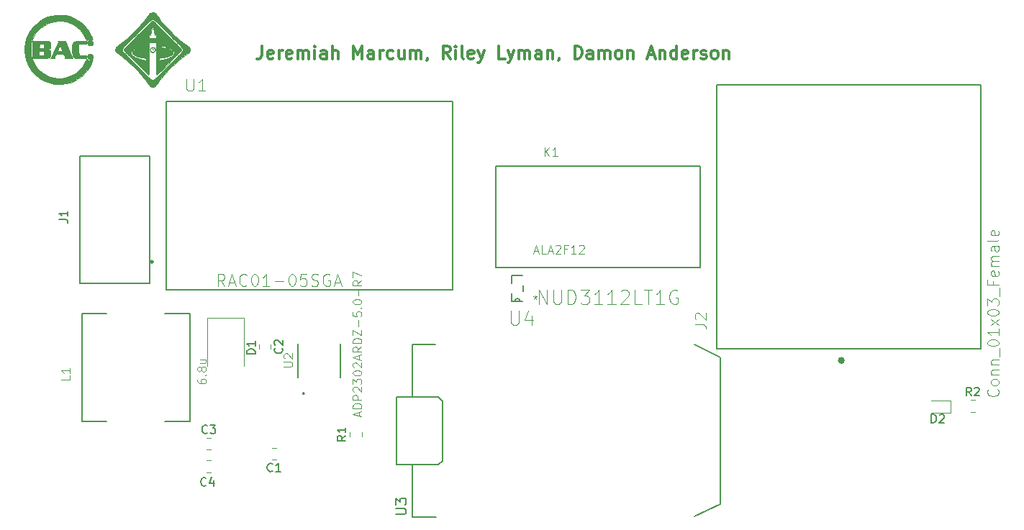
<source format=gbr>
G04 #@! TF.GenerationSoftware,KiCad,Pcbnew,(5.0.2)-1*
G04 #@! TF.CreationDate,2019-04-08T19:56:43-07:00*
G04 #@! TF.ProjectId,smartplug,736d6172-7470-46c7-9567-2e6b69636164,rev?*
G04 #@! TF.SameCoordinates,Original*
G04 #@! TF.FileFunction,Legend,Top*
G04 #@! TF.FilePolarity,Positive*
%FSLAX46Y46*%
G04 Gerber Fmt 4.6, Leading zero omitted, Abs format (unit mm)*
G04 Created by KiCad (PCBNEW (5.0.2)-1) date 4/8/2019 7:56:43 PM*
%MOMM*%
%LPD*%
G01*
G04 APERTURE LIST*
%ADD10C,0.300000*%
%ADD11C,0.150000*%
%ADD12C,0.152400*%
%ADD13C,0.120000*%
%ADD14C,0.127000*%
%ADD15C,0.400000*%
%ADD16C,0.010000*%
%ADD17C,0.050000*%
G04 APERTURE END LIST*
D10*
X168457000Y-74870571D02*
X168457000Y-75942000D01*
X168385571Y-76156285D01*
X168242714Y-76299142D01*
X168028428Y-76370571D01*
X167885571Y-76370571D01*
X169742714Y-76299142D02*
X169599857Y-76370571D01*
X169314142Y-76370571D01*
X169171285Y-76299142D01*
X169099857Y-76156285D01*
X169099857Y-75584857D01*
X169171285Y-75442000D01*
X169314142Y-75370571D01*
X169599857Y-75370571D01*
X169742714Y-75442000D01*
X169814142Y-75584857D01*
X169814142Y-75727714D01*
X169099857Y-75870571D01*
X170457000Y-76370571D02*
X170457000Y-75370571D01*
X170457000Y-75656285D02*
X170528428Y-75513428D01*
X170599857Y-75442000D01*
X170742714Y-75370571D01*
X170885571Y-75370571D01*
X171957000Y-76299142D02*
X171814142Y-76370571D01*
X171528428Y-76370571D01*
X171385571Y-76299142D01*
X171314142Y-76156285D01*
X171314142Y-75584857D01*
X171385571Y-75442000D01*
X171528428Y-75370571D01*
X171814142Y-75370571D01*
X171957000Y-75442000D01*
X172028428Y-75584857D01*
X172028428Y-75727714D01*
X171314142Y-75870571D01*
X172671285Y-76370571D02*
X172671285Y-75370571D01*
X172671285Y-75513428D02*
X172742714Y-75442000D01*
X172885571Y-75370571D01*
X173099857Y-75370571D01*
X173242714Y-75442000D01*
X173314142Y-75584857D01*
X173314142Y-76370571D01*
X173314142Y-75584857D02*
X173385571Y-75442000D01*
X173528428Y-75370571D01*
X173742714Y-75370571D01*
X173885571Y-75442000D01*
X173957000Y-75584857D01*
X173957000Y-76370571D01*
X174671285Y-76370571D02*
X174671285Y-75370571D01*
X174671285Y-74870571D02*
X174599857Y-74942000D01*
X174671285Y-75013428D01*
X174742714Y-74942000D01*
X174671285Y-74870571D01*
X174671285Y-75013428D01*
X176028428Y-76370571D02*
X176028428Y-75584857D01*
X175957000Y-75442000D01*
X175814142Y-75370571D01*
X175528428Y-75370571D01*
X175385571Y-75442000D01*
X176028428Y-76299142D02*
X175885571Y-76370571D01*
X175528428Y-76370571D01*
X175385571Y-76299142D01*
X175314142Y-76156285D01*
X175314142Y-76013428D01*
X175385571Y-75870571D01*
X175528428Y-75799142D01*
X175885571Y-75799142D01*
X176028428Y-75727714D01*
X176742714Y-76370571D02*
X176742714Y-74870571D01*
X177385571Y-76370571D02*
X177385571Y-75584857D01*
X177314142Y-75442000D01*
X177171285Y-75370571D01*
X176957000Y-75370571D01*
X176814142Y-75442000D01*
X176742714Y-75513428D01*
X179242714Y-76370571D02*
X179242714Y-74870571D01*
X179742714Y-75942000D01*
X180242714Y-74870571D01*
X180242714Y-76370571D01*
X181599857Y-76370571D02*
X181599857Y-75584857D01*
X181528428Y-75442000D01*
X181385571Y-75370571D01*
X181099857Y-75370571D01*
X180957000Y-75442000D01*
X181599857Y-76299142D02*
X181457000Y-76370571D01*
X181099857Y-76370571D01*
X180957000Y-76299142D01*
X180885571Y-76156285D01*
X180885571Y-76013428D01*
X180957000Y-75870571D01*
X181099857Y-75799142D01*
X181457000Y-75799142D01*
X181599857Y-75727714D01*
X182314142Y-76370571D02*
X182314142Y-75370571D01*
X182314142Y-75656285D02*
X182385571Y-75513428D01*
X182457000Y-75442000D01*
X182599857Y-75370571D01*
X182742714Y-75370571D01*
X183885571Y-76299142D02*
X183742714Y-76370571D01*
X183457000Y-76370571D01*
X183314142Y-76299142D01*
X183242714Y-76227714D01*
X183171285Y-76084857D01*
X183171285Y-75656285D01*
X183242714Y-75513428D01*
X183314142Y-75442000D01*
X183457000Y-75370571D01*
X183742714Y-75370571D01*
X183885571Y-75442000D01*
X185171285Y-75370571D02*
X185171285Y-76370571D01*
X184528428Y-75370571D02*
X184528428Y-76156285D01*
X184599857Y-76299142D01*
X184742714Y-76370571D01*
X184957000Y-76370571D01*
X185099857Y-76299142D01*
X185171285Y-76227714D01*
X185885571Y-76370571D02*
X185885571Y-75370571D01*
X185885571Y-75513428D02*
X185957000Y-75442000D01*
X186099857Y-75370571D01*
X186314142Y-75370571D01*
X186457000Y-75442000D01*
X186528428Y-75584857D01*
X186528428Y-76370571D01*
X186528428Y-75584857D02*
X186599857Y-75442000D01*
X186742714Y-75370571D01*
X186957000Y-75370571D01*
X187099857Y-75442000D01*
X187171285Y-75584857D01*
X187171285Y-76370571D01*
X187957000Y-76299142D02*
X187957000Y-76370571D01*
X187885571Y-76513428D01*
X187814142Y-76584857D01*
X190599857Y-76370571D02*
X190099857Y-75656285D01*
X189742714Y-76370571D02*
X189742714Y-74870571D01*
X190314142Y-74870571D01*
X190456999Y-74942000D01*
X190528428Y-75013428D01*
X190599857Y-75156285D01*
X190599857Y-75370571D01*
X190528428Y-75513428D01*
X190456999Y-75584857D01*
X190314142Y-75656285D01*
X189742714Y-75656285D01*
X191242714Y-76370571D02*
X191242714Y-75370571D01*
X191242714Y-74870571D02*
X191171285Y-74942000D01*
X191242714Y-75013428D01*
X191314142Y-74942000D01*
X191242714Y-74870571D01*
X191242714Y-75013428D01*
X192171285Y-76370571D02*
X192028428Y-76299142D01*
X191956999Y-76156285D01*
X191956999Y-74870571D01*
X193314142Y-76299142D02*
X193171285Y-76370571D01*
X192885571Y-76370571D01*
X192742714Y-76299142D01*
X192671285Y-76156285D01*
X192671285Y-75584857D01*
X192742714Y-75442000D01*
X192885571Y-75370571D01*
X193171285Y-75370571D01*
X193314142Y-75442000D01*
X193385571Y-75584857D01*
X193385571Y-75727714D01*
X192671285Y-75870571D01*
X193885571Y-75370571D02*
X194242714Y-76370571D01*
X194599857Y-75370571D02*
X194242714Y-76370571D01*
X194099857Y-76727714D01*
X194028428Y-76799142D01*
X193885571Y-76870571D01*
X197028428Y-76370571D02*
X196314142Y-76370571D01*
X196314142Y-74870571D01*
X197385571Y-75370571D02*
X197742714Y-76370571D01*
X198099857Y-75370571D02*
X197742714Y-76370571D01*
X197599857Y-76727714D01*
X197528428Y-76799142D01*
X197385571Y-76870571D01*
X198671285Y-76370571D02*
X198671285Y-75370571D01*
X198671285Y-75513428D02*
X198742714Y-75442000D01*
X198885571Y-75370571D01*
X199099857Y-75370571D01*
X199242714Y-75442000D01*
X199314142Y-75584857D01*
X199314142Y-76370571D01*
X199314142Y-75584857D02*
X199385571Y-75442000D01*
X199528428Y-75370571D01*
X199742714Y-75370571D01*
X199885571Y-75442000D01*
X199956999Y-75584857D01*
X199956999Y-76370571D01*
X201314142Y-76370571D02*
X201314142Y-75584857D01*
X201242714Y-75442000D01*
X201099857Y-75370571D01*
X200814142Y-75370571D01*
X200671285Y-75442000D01*
X201314142Y-76299142D02*
X201171285Y-76370571D01*
X200814142Y-76370571D01*
X200671285Y-76299142D01*
X200599857Y-76156285D01*
X200599857Y-76013428D01*
X200671285Y-75870571D01*
X200814142Y-75799142D01*
X201171285Y-75799142D01*
X201314142Y-75727714D01*
X202028428Y-75370571D02*
X202028428Y-76370571D01*
X202028428Y-75513428D02*
X202099857Y-75442000D01*
X202242714Y-75370571D01*
X202456999Y-75370571D01*
X202599857Y-75442000D01*
X202671285Y-75584857D01*
X202671285Y-76370571D01*
X203456999Y-76299142D02*
X203456999Y-76370571D01*
X203385571Y-76513428D01*
X203314142Y-76584857D01*
X205242714Y-76370571D02*
X205242714Y-74870571D01*
X205599857Y-74870571D01*
X205814142Y-74942000D01*
X205957000Y-75084857D01*
X206028428Y-75227714D01*
X206099857Y-75513428D01*
X206099857Y-75727714D01*
X206028428Y-76013428D01*
X205957000Y-76156285D01*
X205814142Y-76299142D01*
X205599857Y-76370571D01*
X205242714Y-76370571D01*
X207385571Y-76370571D02*
X207385571Y-75584857D01*
X207314142Y-75442000D01*
X207171285Y-75370571D01*
X206885571Y-75370571D01*
X206742714Y-75442000D01*
X207385571Y-76299142D02*
X207242714Y-76370571D01*
X206885571Y-76370571D01*
X206742714Y-76299142D01*
X206671285Y-76156285D01*
X206671285Y-76013428D01*
X206742714Y-75870571D01*
X206885571Y-75799142D01*
X207242714Y-75799142D01*
X207385571Y-75727714D01*
X208099857Y-76370571D02*
X208099857Y-75370571D01*
X208099857Y-75513428D02*
X208171285Y-75442000D01*
X208314142Y-75370571D01*
X208528428Y-75370571D01*
X208671285Y-75442000D01*
X208742714Y-75584857D01*
X208742714Y-76370571D01*
X208742714Y-75584857D02*
X208814142Y-75442000D01*
X208957000Y-75370571D01*
X209171285Y-75370571D01*
X209314142Y-75442000D01*
X209385571Y-75584857D01*
X209385571Y-76370571D01*
X210314142Y-76370571D02*
X210171285Y-76299142D01*
X210099857Y-76227714D01*
X210028428Y-76084857D01*
X210028428Y-75656285D01*
X210099857Y-75513428D01*
X210171285Y-75442000D01*
X210314142Y-75370571D01*
X210528428Y-75370571D01*
X210671285Y-75442000D01*
X210742714Y-75513428D01*
X210814142Y-75656285D01*
X210814142Y-76084857D01*
X210742714Y-76227714D01*
X210671285Y-76299142D01*
X210528428Y-76370571D01*
X210314142Y-76370571D01*
X211457000Y-75370571D02*
X211457000Y-76370571D01*
X211457000Y-75513428D02*
X211528428Y-75442000D01*
X211671285Y-75370571D01*
X211885571Y-75370571D01*
X212028428Y-75442000D01*
X212099857Y-75584857D01*
X212099857Y-76370571D01*
X213885571Y-75942000D02*
X214599857Y-75942000D01*
X213742714Y-76370571D02*
X214242714Y-74870571D01*
X214742714Y-76370571D01*
X215242714Y-75370571D02*
X215242714Y-76370571D01*
X215242714Y-75513428D02*
X215314142Y-75442000D01*
X215457000Y-75370571D01*
X215671285Y-75370571D01*
X215814142Y-75442000D01*
X215885571Y-75584857D01*
X215885571Y-76370571D01*
X217242714Y-76370571D02*
X217242714Y-74870571D01*
X217242714Y-76299142D02*
X217099857Y-76370571D01*
X216814142Y-76370571D01*
X216671285Y-76299142D01*
X216599857Y-76227714D01*
X216528428Y-76084857D01*
X216528428Y-75656285D01*
X216599857Y-75513428D01*
X216671285Y-75442000D01*
X216814142Y-75370571D01*
X217099857Y-75370571D01*
X217242714Y-75442000D01*
X218528428Y-76299142D02*
X218385571Y-76370571D01*
X218099857Y-76370571D01*
X217957000Y-76299142D01*
X217885571Y-76156285D01*
X217885571Y-75584857D01*
X217957000Y-75442000D01*
X218099857Y-75370571D01*
X218385571Y-75370571D01*
X218528428Y-75442000D01*
X218599857Y-75584857D01*
X218599857Y-75727714D01*
X217885571Y-75870571D01*
X219242714Y-76370571D02*
X219242714Y-75370571D01*
X219242714Y-75656285D02*
X219314142Y-75513428D01*
X219385571Y-75442000D01*
X219528428Y-75370571D01*
X219671285Y-75370571D01*
X220099857Y-76299142D02*
X220242714Y-76370571D01*
X220528428Y-76370571D01*
X220671285Y-76299142D01*
X220742714Y-76156285D01*
X220742714Y-76084857D01*
X220671285Y-75942000D01*
X220528428Y-75870571D01*
X220314142Y-75870571D01*
X220171285Y-75799142D01*
X220099857Y-75656285D01*
X220099857Y-75584857D01*
X220171285Y-75442000D01*
X220314142Y-75370571D01*
X220528428Y-75370571D01*
X220671285Y-75442000D01*
X221599857Y-76370571D02*
X221456999Y-76299142D01*
X221385571Y-76227714D01*
X221314142Y-76084857D01*
X221314142Y-75656285D01*
X221385571Y-75513428D01*
X221456999Y-75442000D01*
X221599857Y-75370571D01*
X221814142Y-75370571D01*
X221956999Y-75442000D01*
X222028428Y-75513428D01*
X222099857Y-75656285D01*
X222099857Y-76084857D01*
X222028428Y-76227714D01*
X221956999Y-76299142D01*
X221814142Y-76370571D01*
X221599857Y-76370571D01*
X222742714Y-75370571D02*
X222742714Y-76370571D01*
X222742714Y-75513428D02*
X222814142Y-75442000D01*
X222957000Y-75370571D01*
X223171285Y-75370571D01*
X223314142Y-75442000D01*
X223385571Y-75584857D01*
X223385571Y-76370571D01*
D11*
G04 #@! TO.C,U3*
X219342000Y-109994805D02*
X222342000Y-111506000D01*
X219342000Y-130294805D02*
X222342000Y-128778000D01*
X222342000Y-128778000D02*
X222342000Y-111506000D01*
X186182000Y-124198200D02*
X186182000Y-130304805D01*
X186182000Y-130304805D02*
X188939000Y-130304805D01*
X186182000Y-109984805D02*
X188862800Y-109984805D01*
X186182000Y-109984805D02*
X186182000Y-116207805D01*
X189173600Y-116198200D02*
X189673600Y-116698200D01*
X189673600Y-116698200D02*
X189673600Y-123698200D01*
X189673600Y-123698200D02*
X189173600Y-124198200D01*
X189173600Y-116198200D02*
X184277000Y-116198200D01*
X184277000Y-116198200D02*
X184277000Y-124198200D01*
X189173600Y-124198200D02*
X184277000Y-124198200D01*
D12*
G04 #@! TO.C,U4*
X197788800Y-104009600D02*
X197788800Y-104924000D01*
X199084200Y-101876000D02*
X197788800Y-101876000D01*
X197788800Y-101876000D02*
X197788800Y-102790400D01*
X197788800Y-104924000D02*
X198195200Y-104924000D01*
X198195200Y-104924000D02*
X198804800Y-104924000D01*
X198804800Y-104924000D02*
X199084200Y-104924000D01*
X199211200Y-103755600D02*
X199211200Y-103044400D01*
X198195200Y-104924000D02*
G75*
G02X198804800Y-104924000I304800J0D01*
G01*
D13*
G04 #@! TO.C,R1*
X178790000Y-120858578D02*
X178790000Y-120341422D01*
X180210000Y-120858578D02*
X180210000Y-120341422D01*
D11*
G04 #@! TO.C,J1*
X147000000Y-102800000D02*
X147000000Y-87800000D01*
X147000000Y-87800000D02*
X155200000Y-87800000D01*
X155200000Y-87800000D02*
X155200000Y-102800000D01*
X155200000Y-102800000D02*
X147000000Y-102800000D01*
D13*
G04 #@! TO.C,C1*
X170121078Y-122190000D02*
X169603922Y-122190000D01*
X170121078Y-123610000D02*
X169603922Y-123610000D01*
G04 #@! TO.C,C2*
X168073000Y-110025922D02*
X168073000Y-110543078D01*
X169493000Y-110025922D02*
X169493000Y-110543078D01*
G04 #@! TO.C,C3*
X161941422Y-120990000D02*
X162458578Y-120990000D01*
X161941422Y-122410000D02*
X162458578Y-122410000D01*
G04 #@! TO.C,C4*
X161918666Y-123654938D02*
X162435822Y-123654938D01*
X161918666Y-125074938D02*
X162435822Y-125074938D01*
G04 #@! TO.C,D1*
X166350000Y-106850000D02*
X162050000Y-106850000D01*
X162050000Y-106850000D02*
X162050000Y-112550000D01*
X166350000Y-106850000D02*
X166350000Y-112550000D01*
G04 #@! TO.C,D2*
X247167124Y-118104951D02*
X249452124Y-118104951D01*
X249452124Y-118104951D02*
X249452124Y-116634951D01*
X249452124Y-116634951D02*
X247167124Y-116634951D01*
D14*
G04 #@! TO.C,J2*
X221940000Y-110560000D02*
X253060000Y-110560000D01*
X253060000Y-110560000D02*
X253060000Y-79440000D01*
X253060000Y-79440000D02*
X221940000Y-79440000D01*
X221940000Y-79440000D02*
X221940000Y-110560000D01*
D15*
X236820000Y-111900000D02*
G75*
G03X236820000Y-111900000I-200000J0D01*
G01*
D14*
G04 #@! TO.C,K1*
X196000000Y-101000000D02*
X220000000Y-101000000D01*
X220000000Y-101000000D02*
X220000000Y-89000000D01*
X220000000Y-89000000D02*
X196000000Y-89000000D01*
X196000000Y-89000000D02*
X196000000Y-101000000D01*
D11*
G04 #@! TO.C,L1*
X150171000Y-119050000D02*
X147250000Y-119050000D01*
X147250000Y-119050000D02*
X147250000Y-106350000D01*
X147250000Y-106350000D02*
X150171000Y-106350000D01*
X159950000Y-106350000D02*
X159950000Y-119050000D01*
X159950000Y-106350000D02*
X157029000Y-106350000D01*
X157029000Y-119050000D02*
X159950000Y-119050000D01*
D13*
G04 #@! TO.C,R2*
X251808546Y-116559951D02*
X252325702Y-116559951D01*
X251808546Y-117979951D02*
X252325702Y-117979951D01*
D14*
G04 #@! TO.C,U1*
X157150000Y-81400000D02*
X190850000Y-81400000D01*
X157150000Y-103600000D02*
X157150000Y-81400000D01*
X190850000Y-81400000D02*
X190850000Y-103600000D01*
X190850000Y-103600000D02*
X157150000Y-103600000D01*
D10*
X155600000Y-100300000D02*
G75*
G03X155600000Y-100300000I-100000J0D01*
G01*
D14*
G04 #@! TO.C,U2*
X172681000Y-109900000D02*
X172681000Y-113900000D01*
X177719000Y-109900000D02*
X177719000Y-113900000D01*
D10*
X173345000Y-115800000D02*
G75*
G03X173345000Y-115800000I-50000J0D01*
G01*
D16*
G04 #@! TO.C,G\002A\002A\002A*
G36*
X148375840Y-74184624D02*
X148488408Y-74263932D01*
X148560186Y-74382420D01*
X148577158Y-74529691D01*
X148574817Y-74549000D01*
X148522676Y-74683261D01*
X148422742Y-74780657D01*
X148293564Y-74833743D01*
X148153688Y-74835074D01*
X148021664Y-74777205D01*
X148016318Y-74773177D01*
X147930493Y-74666961D01*
X147895482Y-74534691D01*
X147908858Y-74397320D01*
X147968195Y-74275805D01*
X148071067Y-74191098D01*
X148084398Y-74185150D01*
X148236497Y-74154897D01*
X148375840Y-74184624D01*
X148375840Y-74184624D01*
G37*
X148375840Y-74184624D02*
X148488408Y-74263932D01*
X148560186Y-74382420D01*
X148577158Y-74529691D01*
X148574817Y-74549000D01*
X148522676Y-74683261D01*
X148422742Y-74780657D01*
X148293564Y-74833743D01*
X148153688Y-74835074D01*
X148021664Y-74777205D01*
X148016318Y-74773177D01*
X147930493Y-74666961D01*
X147895482Y-74534691D01*
X147908858Y-74397320D01*
X147968195Y-74275805D01*
X148071067Y-74191098D01*
X148084398Y-74185150D01*
X148236497Y-74154897D01*
X148375840Y-74184624D01*
G36*
X147780721Y-74467806D02*
X147778031Y-74646156D01*
X147431087Y-74630319D01*
X147251966Y-74627000D01*
X147101635Y-74633450D01*
X146999370Y-74648660D01*
X146983498Y-74653742D01*
X146882853Y-74693000D01*
X146892783Y-75319500D01*
X146902714Y-75946000D01*
X147777886Y-75966266D01*
X147783328Y-76327000D01*
X147160210Y-76327000D01*
X146929811Y-76326325D01*
X146758968Y-76323396D01*
X146634670Y-76316857D01*
X146543907Y-76305350D01*
X146473669Y-76287520D01*
X146410946Y-76262009D01*
X146377175Y-76245357D01*
X146294991Y-76197070D01*
X146232952Y-76140427D01*
X146188220Y-76065009D01*
X146157956Y-75960394D01*
X146139322Y-75816161D01*
X146129479Y-75621890D01*
X146125588Y-75367160D01*
X146125332Y-75320806D01*
X146127315Y-75045642D01*
X146137675Y-74832600D01*
X146158673Y-74671488D01*
X146192569Y-74552115D01*
X146241624Y-74464289D01*
X146308099Y-74397818D01*
X146334291Y-74378800D01*
X146378126Y-74355011D01*
X146437107Y-74337115D01*
X146522206Y-74324010D01*
X146644396Y-74314598D01*
X146814648Y-74307777D01*
X147043935Y-74302448D01*
X147107206Y-74301299D01*
X147783412Y-74289455D01*
X147780721Y-74467806D01*
X147780721Y-74467806D01*
G37*
X147780721Y-74467806D02*
X147778031Y-74646156D01*
X147431087Y-74630319D01*
X147251966Y-74627000D01*
X147101635Y-74633450D01*
X146999370Y-74648660D01*
X146983498Y-74653742D01*
X146882853Y-74693000D01*
X146892783Y-75319500D01*
X146902714Y-75946000D01*
X147777886Y-75966266D01*
X147783328Y-76327000D01*
X147160210Y-76327000D01*
X146929811Y-76326325D01*
X146758968Y-76323396D01*
X146634670Y-76316857D01*
X146543907Y-76305350D01*
X146473669Y-76287520D01*
X146410946Y-76262009D01*
X146377175Y-76245357D01*
X146294991Y-76197070D01*
X146232952Y-76140427D01*
X146188220Y-76065009D01*
X146157956Y-75960394D01*
X146139322Y-75816161D01*
X146129479Y-75621890D01*
X146125588Y-75367160D01*
X146125332Y-75320806D01*
X146127315Y-75045642D01*
X146137675Y-74832600D01*
X146158673Y-74671488D01*
X146192569Y-74552115D01*
X146241624Y-74464289D01*
X146308099Y-74397818D01*
X146334291Y-74378800D01*
X146378126Y-74355011D01*
X146437107Y-74337115D01*
X146522206Y-74324010D01*
X146644396Y-74314598D01*
X146814648Y-74307777D01*
X147043935Y-74302448D01*
X147107206Y-74301299D01*
X147783412Y-74289455D01*
X147780721Y-74467806D01*
G36*
X145650231Y-75120500D02*
X145749798Y-75361910D01*
X145846642Y-75591792D01*
X145935492Y-75798012D01*
X146011081Y-75968436D01*
X146068140Y-76090930D01*
X146091360Y-76136500D01*
X146195763Y-76327000D01*
X145217243Y-76327000D01*
X145238131Y-76222561D01*
X145233634Y-76099314D01*
X145184835Y-75950418D01*
X145110652Y-75782715D01*
X144208365Y-75782715D01*
X144128469Y-75968437D01*
X144081469Y-76105210D01*
X144066798Y-76213740D01*
X144070264Y-76240580D01*
X144078249Y-76284315D01*
X144065612Y-76310058D01*
X144018365Y-76322577D01*
X143922520Y-76326638D01*
X143816649Y-76327000D01*
X143541344Y-76327000D01*
X143613210Y-76226073D01*
X143648120Y-76166265D01*
X143708724Y-76050821D01*
X143789975Y-75889844D01*
X143886829Y-75693437D01*
X143994240Y-75471704D01*
X144007903Y-75443075D01*
X144380857Y-75443075D01*
X144414278Y-75449144D01*
X144503094Y-75453714D01*
X144630128Y-75456012D01*
X144671143Y-75456143D01*
X144805957Y-75453959D01*
X144907472Y-75448155D01*
X144958517Y-75439853D01*
X144961428Y-75437172D01*
X144947900Y-75392088D01*
X144912793Y-75300323D01*
X144864329Y-75181369D01*
X144810727Y-75054717D01*
X144760208Y-74939858D01*
X144720992Y-74856283D01*
X144703276Y-74825043D01*
X144680803Y-74845244D01*
X144636302Y-74914811D01*
X144578348Y-75017304D01*
X144515515Y-75136287D01*
X144456380Y-75255322D01*
X144409519Y-75357970D01*
X144383505Y-75427794D01*
X144380857Y-75443075D01*
X144007903Y-75443075D01*
X144086452Y-75278497D01*
X144212866Y-75009804D01*
X144309622Y-74798829D01*
X144379575Y-74638410D01*
X144425580Y-74521384D01*
X144450493Y-74440588D01*
X144457169Y-74388859D01*
X144451209Y-74363424D01*
X144439749Y-74334984D01*
X144448602Y-74315751D01*
X144488595Y-74303932D01*
X144570559Y-74297732D01*
X144705323Y-74295355D01*
X144864047Y-74295000D01*
X145313504Y-74295000D01*
X145650231Y-75120500D01*
X145650231Y-75120500D01*
G37*
X145650231Y-75120500D02*
X145749798Y-75361910D01*
X145846642Y-75591792D01*
X145935492Y-75798012D01*
X146011081Y-75968436D01*
X146068140Y-76090930D01*
X146091360Y-76136500D01*
X146195763Y-76327000D01*
X145217243Y-76327000D01*
X145238131Y-76222561D01*
X145233634Y-76099314D01*
X145184835Y-75950418D01*
X145110652Y-75782715D01*
X144208365Y-75782715D01*
X144128469Y-75968437D01*
X144081469Y-76105210D01*
X144066798Y-76213740D01*
X144070264Y-76240580D01*
X144078249Y-76284315D01*
X144065612Y-76310058D01*
X144018365Y-76322577D01*
X143922520Y-76326638D01*
X143816649Y-76327000D01*
X143541344Y-76327000D01*
X143613210Y-76226073D01*
X143648120Y-76166265D01*
X143708724Y-76050821D01*
X143789975Y-75889844D01*
X143886829Y-75693437D01*
X143994240Y-75471704D01*
X144007903Y-75443075D01*
X144380857Y-75443075D01*
X144414278Y-75449144D01*
X144503094Y-75453714D01*
X144630128Y-75456012D01*
X144671143Y-75456143D01*
X144805957Y-75453959D01*
X144907472Y-75448155D01*
X144958517Y-75439853D01*
X144961428Y-75437172D01*
X144947900Y-75392088D01*
X144912793Y-75300323D01*
X144864329Y-75181369D01*
X144810727Y-75054717D01*
X144760208Y-74939858D01*
X144720992Y-74856283D01*
X144703276Y-74825043D01*
X144680803Y-74845244D01*
X144636302Y-74914811D01*
X144578348Y-75017304D01*
X144515515Y-75136287D01*
X144456380Y-75255322D01*
X144409519Y-75357970D01*
X144383505Y-75427794D01*
X144380857Y-75443075D01*
X144007903Y-75443075D01*
X144086452Y-75278497D01*
X144212866Y-75009804D01*
X144309622Y-74798829D01*
X144379575Y-74638410D01*
X144425580Y-74521384D01*
X144450493Y-74440588D01*
X144457169Y-74388859D01*
X144451209Y-74363424D01*
X144439749Y-74334984D01*
X144448602Y-74315751D01*
X144488595Y-74303932D01*
X144570559Y-74297732D01*
X144705323Y-74295355D01*
X144864047Y-74295000D01*
X145313504Y-74295000D01*
X145650231Y-75120500D01*
G36*
X142312571Y-74295203D02*
X142565102Y-74296837D01*
X142799207Y-74301313D01*
X143002854Y-74308172D01*
X143164008Y-74316958D01*
X143270635Y-74327213D01*
X143299706Y-74332738D01*
X143433787Y-74390766D01*
X143521302Y-74483534D01*
X143568733Y-74621983D01*
X143582571Y-74810279D01*
X143576241Y-74985139D01*
X143552582Y-75101457D01*
X143504595Y-75172528D01*
X143425279Y-75211641D01*
X143364371Y-75224572D01*
X143268239Y-75248342D01*
X143243993Y-75275720D01*
X143291202Y-75304236D01*
X143382158Y-75326591D01*
X143470808Y-75354036D01*
X143529479Y-75405303D01*
X143563845Y-75493180D01*
X143579581Y-75630458D01*
X143582571Y-75778306D01*
X143579675Y-75931888D01*
X143568091Y-76033524D01*
X143543477Y-76103710D01*
X143501488Y-76162941D01*
X143500928Y-76163591D01*
X143451790Y-76211018D01*
X143389806Y-76248375D01*
X143306346Y-76276825D01*
X143192778Y-76297529D01*
X143040468Y-76311652D01*
X142840785Y-76320356D01*
X142585098Y-76324803D01*
X142294428Y-76326135D01*
X141459857Y-76327000D01*
X141459857Y-75964143D01*
X142240000Y-75964143D01*
X142823887Y-75964143D01*
X142813158Y-75719215D01*
X142802428Y-75474286D01*
X142240000Y-75453090D01*
X142240000Y-75964143D01*
X141459857Y-75964143D01*
X141459857Y-74954289D01*
X142244080Y-74954289D01*
X142248683Y-75047570D01*
X142254943Y-75079889D01*
X142299525Y-75107307D01*
X142393736Y-75124620D01*
X142515176Y-75130587D01*
X142641445Y-75123967D01*
X142738928Y-75106701D01*
X142785206Y-75086381D01*
X142809788Y-75044559D01*
X142819311Y-74962240D01*
X142820571Y-74872984D01*
X142818826Y-74754166D01*
X142807105Y-74688738D01*
X142775678Y-74657517D01*
X142714817Y-74641323D01*
X142701826Y-74638869D01*
X142587591Y-74627289D01*
X142452587Y-74626405D01*
X142420612Y-74628153D01*
X142258143Y-74639714D01*
X142247010Y-74834961D01*
X142244080Y-74954289D01*
X141459857Y-74954289D01*
X141459857Y-74295000D01*
X142312571Y-74295203D01*
X142312571Y-74295203D01*
G37*
X142312571Y-74295203D02*
X142565102Y-74296837D01*
X142799207Y-74301313D01*
X143002854Y-74308172D01*
X143164008Y-74316958D01*
X143270635Y-74327213D01*
X143299706Y-74332738D01*
X143433787Y-74390766D01*
X143521302Y-74483534D01*
X143568733Y-74621983D01*
X143582571Y-74810279D01*
X143576241Y-74985139D01*
X143552582Y-75101457D01*
X143504595Y-75172528D01*
X143425279Y-75211641D01*
X143364371Y-75224572D01*
X143268239Y-75248342D01*
X143243993Y-75275720D01*
X143291202Y-75304236D01*
X143382158Y-75326591D01*
X143470808Y-75354036D01*
X143529479Y-75405303D01*
X143563845Y-75493180D01*
X143579581Y-75630458D01*
X143582571Y-75778306D01*
X143579675Y-75931888D01*
X143568091Y-76033524D01*
X143543477Y-76103710D01*
X143501488Y-76162941D01*
X143500928Y-76163591D01*
X143451790Y-76211018D01*
X143389806Y-76248375D01*
X143306346Y-76276825D01*
X143192778Y-76297529D01*
X143040468Y-76311652D01*
X142840785Y-76320356D01*
X142585098Y-76324803D01*
X142294428Y-76326135D01*
X141459857Y-76327000D01*
X141459857Y-75964143D01*
X142240000Y-75964143D01*
X142823887Y-75964143D01*
X142813158Y-75719215D01*
X142802428Y-75474286D01*
X142240000Y-75453090D01*
X142240000Y-75964143D01*
X141459857Y-75964143D01*
X141459857Y-74954289D01*
X142244080Y-74954289D01*
X142248683Y-75047570D01*
X142254943Y-75079889D01*
X142299525Y-75107307D01*
X142393736Y-75124620D01*
X142515176Y-75130587D01*
X142641445Y-75123967D01*
X142738928Y-75106701D01*
X142785206Y-75086381D01*
X142809788Y-75044559D01*
X142819311Y-74962240D01*
X142820571Y-74872984D01*
X142818826Y-74754166D01*
X142807105Y-74688738D01*
X142775678Y-74657517D01*
X142714817Y-74641323D01*
X142701826Y-74638869D01*
X142587591Y-74627289D01*
X142452587Y-74626405D01*
X142420612Y-74628153D01*
X142258143Y-74639714D01*
X142247010Y-74834961D01*
X142244080Y-74954289D01*
X141459857Y-74954289D01*
X141459857Y-74295000D01*
X142312571Y-74295203D01*
G36*
X148414193Y-75833105D02*
X148483934Y-75888780D01*
X148564185Y-76011824D01*
X148583216Y-76144535D01*
X148548049Y-76271886D01*
X148465705Y-76378848D01*
X148343205Y-76450396D01*
X148211374Y-76472143D01*
X148125555Y-76447998D01*
X148030310Y-76388334D01*
X148011909Y-76372357D01*
X147919100Y-76244997D01*
X147889477Y-76104518D01*
X147923545Y-75967435D01*
X147996584Y-75871696D01*
X148127928Y-75794446D01*
X148273119Y-75781793D01*
X148414193Y-75833105D01*
X148414193Y-75833105D01*
G37*
X148414193Y-75833105D02*
X148483934Y-75888780D01*
X148564185Y-76011824D01*
X148583216Y-76144535D01*
X148548049Y-76271886D01*
X148465705Y-76378848D01*
X148343205Y-76450396D01*
X148211374Y-76472143D01*
X148125555Y-76447998D01*
X148030310Y-76388334D01*
X148011909Y-76372357D01*
X147919100Y-76244997D01*
X147889477Y-76104518D01*
X147923545Y-75967435D01*
X147996584Y-75871696D01*
X148127928Y-75794446D01*
X148273119Y-75781793D01*
X148414193Y-75833105D01*
G36*
X145229261Y-71265491D02*
X145716096Y-71370520D01*
X146186361Y-71533568D01*
X146634498Y-71753127D01*
X147054952Y-72027689D01*
X147442166Y-72355747D01*
X147790583Y-72735792D01*
X148094648Y-73166317D01*
X148317928Y-73578954D01*
X148388250Y-73732800D01*
X148448326Y-73873223D01*
X148489807Y-73980252D01*
X148502204Y-74019752D01*
X148515093Y-74091217D01*
X148497069Y-74108808D01*
X148459359Y-74096263D01*
X148266686Y-74045077D01*
X148090437Y-74063875D01*
X147925454Y-74153351D01*
X147903368Y-74171215D01*
X147826920Y-74226141D01*
X147793622Y-74225278D01*
X147791714Y-74213949D01*
X147773787Y-74144364D01*
X147725387Y-74028630D01*
X147654581Y-73882088D01*
X147569441Y-73720079D01*
X147478034Y-73557945D01*
X147388430Y-73411026D01*
X147308698Y-73294664D01*
X147306988Y-73292395D01*
X146986824Y-72925315D01*
X146628534Y-72615731D01*
X146238631Y-72364102D01*
X145823629Y-72170888D01*
X145390043Y-72036547D01*
X144944387Y-71961538D01*
X144493174Y-71946323D01*
X144042919Y-71991359D01*
X143600137Y-72097106D01*
X143171340Y-72264023D01*
X142763044Y-72492570D01*
X142381762Y-72783207D01*
X142221339Y-72933768D01*
X141900366Y-73303618D01*
X141641562Y-73704883D01*
X141445288Y-74130943D01*
X141311908Y-74575174D01*
X141241786Y-75030956D01*
X141235285Y-75491664D01*
X141292769Y-75950679D01*
X141414601Y-76401377D01*
X141601144Y-76837137D01*
X141852762Y-77251337D01*
X141975448Y-77414175D01*
X142305060Y-77770655D01*
X142673497Y-78069618D01*
X143074023Y-78310035D01*
X143499905Y-78490879D01*
X143944407Y-78611119D01*
X144400795Y-78669729D01*
X144862333Y-78665678D01*
X145322287Y-78597939D01*
X145773921Y-78465483D01*
X146210502Y-78267281D01*
X146483135Y-78102627D01*
X146728898Y-77918357D01*
X146971930Y-77700348D01*
X147192696Y-77467967D01*
X147371659Y-77240582D01*
X147408600Y-77185189D01*
X147491600Y-77047784D01*
X147577469Y-76893255D01*
X147658311Y-76737404D01*
X147726226Y-76596035D01*
X147773318Y-76484949D01*
X147791688Y-76419950D01*
X147791714Y-76418620D01*
X147810352Y-76369031D01*
X147849519Y-76375644D01*
X147878036Y-76419353D01*
X147940464Y-76490243D01*
X148051989Y-76540045D01*
X148191165Y-76564704D01*
X148336544Y-76560166D01*
X148453928Y-76528219D01*
X148494786Y-76517457D01*
X148512088Y-76535758D01*
X148504067Y-76591253D01*
X148468954Y-76692070D01*
X148404983Y-76846338D01*
X148364479Y-76939543D01*
X148122688Y-77407861D01*
X147824425Y-77834805D01*
X147463784Y-78228814D01*
X147459615Y-78232835D01*
X147093291Y-78555588D01*
X146725449Y-78816071D01*
X146341386Y-79023378D01*
X145926402Y-79186603D01*
X145908076Y-79192629D01*
X145370798Y-79330952D01*
X144828383Y-79397055D01*
X144282445Y-79390804D01*
X143963571Y-79353780D01*
X143448679Y-79239048D01*
X142961394Y-79061271D01*
X142505881Y-78825562D01*
X142086306Y-78537038D01*
X141706832Y-78200814D01*
X141371624Y-77822004D01*
X141084847Y-77405725D01*
X140850666Y-76957091D01*
X140673244Y-76481218D01*
X140556746Y-75983221D01*
X140505338Y-75468214D01*
X140509653Y-75111429D01*
X140574624Y-74565017D01*
X140706046Y-74043504D01*
X140905747Y-73541390D01*
X141175555Y-73053180D01*
X141213530Y-72994040D01*
X141320161Y-72851077D01*
X141469204Y-72678874D01*
X141645579Y-72492479D01*
X141834210Y-72306941D01*
X142020018Y-72137310D01*
X142187925Y-71998635D01*
X142271420Y-71938150D01*
X142740996Y-71663402D01*
X143227340Y-71455720D01*
X143724894Y-71313595D01*
X144228104Y-71235521D01*
X144731411Y-71219989D01*
X145229261Y-71265491D01*
X145229261Y-71265491D01*
G37*
X145229261Y-71265491D02*
X145716096Y-71370520D01*
X146186361Y-71533568D01*
X146634498Y-71753127D01*
X147054952Y-72027689D01*
X147442166Y-72355747D01*
X147790583Y-72735792D01*
X148094648Y-73166317D01*
X148317928Y-73578954D01*
X148388250Y-73732800D01*
X148448326Y-73873223D01*
X148489807Y-73980252D01*
X148502204Y-74019752D01*
X148515093Y-74091217D01*
X148497069Y-74108808D01*
X148459359Y-74096263D01*
X148266686Y-74045077D01*
X148090437Y-74063875D01*
X147925454Y-74153351D01*
X147903368Y-74171215D01*
X147826920Y-74226141D01*
X147793622Y-74225278D01*
X147791714Y-74213949D01*
X147773787Y-74144364D01*
X147725387Y-74028630D01*
X147654581Y-73882088D01*
X147569441Y-73720079D01*
X147478034Y-73557945D01*
X147388430Y-73411026D01*
X147308698Y-73294664D01*
X147306988Y-73292395D01*
X146986824Y-72925315D01*
X146628534Y-72615731D01*
X146238631Y-72364102D01*
X145823629Y-72170888D01*
X145390043Y-72036547D01*
X144944387Y-71961538D01*
X144493174Y-71946323D01*
X144042919Y-71991359D01*
X143600137Y-72097106D01*
X143171340Y-72264023D01*
X142763044Y-72492570D01*
X142381762Y-72783207D01*
X142221339Y-72933768D01*
X141900366Y-73303618D01*
X141641562Y-73704883D01*
X141445288Y-74130943D01*
X141311908Y-74575174D01*
X141241786Y-75030956D01*
X141235285Y-75491664D01*
X141292769Y-75950679D01*
X141414601Y-76401377D01*
X141601144Y-76837137D01*
X141852762Y-77251337D01*
X141975448Y-77414175D01*
X142305060Y-77770655D01*
X142673497Y-78069618D01*
X143074023Y-78310035D01*
X143499905Y-78490879D01*
X143944407Y-78611119D01*
X144400795Y-78669729D01*
X144862333Y-78665678D01*
X145322287Y-78597939D01*
X145773921Y-78465483D01*
X146210502Y-78267281D01*
X146483135Y-78102627D01*
X146728898Y-77918357D01*
X146971930Y-77700348D01*
X147192696Y-77467967D01*
X147371659Y-77240582D01*
X147408600Y-77185189D01*
X147491600Y-77047784D01*
X147577469Y-76893255D01*
X147658311Y-76737404D01*
X147726226Y-76596035D01*
X147773318Y-76484949D01*
X147791688Y-76419950D01*
X147791714Y-76418620D01*
X147810352Y-76369031D01*
X147849519Y-76375644D01*
X147878036Y-76419353D01*
X147940464Y-76490243D01*
X148051989Y-76540045D01*
X148191165Y-76564704D01*
X148336544Y-76560166D01*
X148453928Y-76528219D01*
X148494786Y-76517457D01*
X148512088Y-76535758D01*
X148504067Y-76591253D01*
X148468954Y-76692070D01*
X148404983Y-76846338D01*
X148364479Y-76939543D01*
X148122688Y-77407861D01*
X147824425Y-77834805D01*
X147463784Y-78228814D01*
X147459615Y-78232835D01*
X147093291Y-78555588D01*
X146725449Y-78816071D01*
X146341386Y-79023378D01*
X145926402Y-79186603D01*
X145908076Y-79192629D01*
X145370798Y-79330952D01*
X144828383Y-79397055D01*
X144282445Y-79390804D01*
X143963571Y-79353780D01*
X143448679Y-79239048D01*
X142961394Y-79061271D01*
X142505881Y-78825562D01*
X142086306Y-78537038D01*
X141706832Y-78200814D01*
X141371624Y-77822004D01*
X141084847Y-77405725D01*
X140850666Y-76957091D01*
X140673244Y-76481218D01*
X140556746Y-75983221D01*
X140505338Y-75468214D01*
X140509653Y-75111429D01*
X140574624Y-74565017D01*
X140706046Y-74043504D01*
X140905747Y-73541390D01*
X141175555Y-73053180D01*
X141213530Y-72994040D01*
X141320161Y-72851077D01*
X141469204Y-72678874D01*
X141645579Y-72492479D01*
X141834210Y-72306941D01*
X142020018Y-72137310D01*
X142187925Y-71998635D01*
X142271420Y-71938150D01*
X142740996Y-71663402D01*
X143227340Y-71455720D01*
X143724894Y-71313595D01*
X144228104Y-71235521D01*
X144731411Y-71219989D01*
X145229261Y-71265491D01*
G36*
X155568650Y-75093492D02*
X155582620Y-75095100D01*
X155583992Y-75200344D01*
X155585365Y-75305588D01*
X155626249Y-75290514D01*
X155645271Y-75283668D01*
X155660645Y-75278446D01*
X155669898Y-75275677D01*
X155671274Y-75275440D01*
X155675160Y-75279565D01*
X155678892Y-75288432D01*
X155680557Y-75296776D01*
X155679922Y-75299210D01*
X155674909Y-75301344D01*
X155662162Y-75306216D01*
X155643512Y-75313140D01*
X155620792Y-75321430D01*
X155616624Y-75322937D01*
X155554680Y-75345310D01*
X155554680Y-75091885D01*
X155568650Y-75093492D01*
X155568650Y-75093492D01*
G37*
X155568650Y-75093492D02*
X155582620Y-75095100D01*
X155583992Y-75200344D01*
X155585365Y-75305588D01*
X155626249Y-75290514D01*
X155645271Y-75283668D01*
X155660645Y-75278446D01*
X155669898Y-75275677D01*
X155671274Y-75275440D01*
X155675160Y-75279565D01*
X155678892Y-75288432D01*
X155680557Y-75296776D01*
X155679922Y-75299210D01*
X155674909Y-75301344D01*
X155662162Y-75306216D01*
X155643512Y-75313140D01*
X155620792Y-75321430D01*
X155616624Y-75322937D01*
X155554680Y-75345310D01*
X155554680Y-75091885D01*
X155568650Y-75093492D01*
G36*
X155834299Y-73939839D02*
X155857336Y-73951527D01*
X155862188Y-73955469D01*
X155869488Y-73962161D01*
X155875618Y-73968935D01*
X155880681Y-73976700D01*
X155884778Y-73986362D01*
X155888012Y-73998829D01*
X155890485Y-74015006D01*
X155892298Y-74035803D01*
X155893553Y-74062125D01*
X155894353Y-74094881D01*
X155894799Y-74134976D01*
X155894994Y-74183319D01*
X155895039Y-74240816D01*
X155895040Y-74247644D01*
X155895040Y-74477880D01*
X155732011Y-74477880D01*
X155733515Y-74240390D01*
X155735020Y-74002900D01*
X155747720Y-73980040D01*
X155764928Y-73957720D01*
X155786294Y-73943322D01*
X155810018Y-73937233D01*
X155834299Y-73939839D01*
X155834299Y-73939839D01*
G37*
X155834299Y-73939839D02*
X155857336Y-73951527D01*
X155862188Y-73955469D01*
X155869488Y-73962161D01*
X155875618Y-73968935D01*
X155880681Y-73976700D01*
X155884778Y-73986362D01*
X155888012Y-73998829D01*
X155890485Y-74015006D01*
X155892298Y-74035803D01*
X155893553Y-74062125D01*
X155894353Y-74094881D01*
X155894799Y-74134976D01*
X155894994Y-74183319D01*
X155895039Y-74240816D01*
X155895040Y-74247644D01*
X155895040Y-74477880D01*
X155732011Y-74477880D01*
X155733515Y-74240390D01*
X155735020Y-74002900D01*
X155747720Y-73980040D01*
X155764928Y-73957720D01*
X155786294Y-73943322D01*
X155810018Y-73937233D01*
X155834299Y-73939839D01*
G36*
X155590247Y-73937780D02*
X155613519Y-73946864D01*
X155633899Y-73963219D01*
X155646120Y-73980040D01*
X155658820Y-74002900D01*
X155661828Y-74477880D01*
X155498800Y-74477880D01*
X155498828Y-74248010D01*
X155498971Y-74182544D01*
X155499381Y-74126761D01*
X155500057Y-74080747D01*
X155500996Y-74044588D01*
X155502196Y-74018371D01*
X155503656Y-74002181D01*
X155504466Y-73997934D01*
X155514421Y-73976781D01*
X155530577Y-73957672D01*
X155550057Y-73943415D01*
X155566571Y-73937302D01*
X155590247Y-73937780D01*
X155590247Y-73937780D01*
G37*
X155590247Y-73937780D02*
X155613519Y-73946864D01*
X155633899Y-73963219D01*
X155646120Y-73980040D01*
X155658820Y-74002900D01*
X155661828Y-74477880D01*
X155498800Y-74477880D01*
X155498828Y-74248010D01*
X155498971Y-74182544D01*
X155499381Y-74126761D01*
X155500057Y-74080747D01*
X155500996Y-74044588D01*
X155502196Y-74018371D01*
X155503656Y-74002181D01*
X155504466Y-73997934D01*
X155514421Y-73976781D01*
X155530577Y-73957672D01*
X155550057Y-73943415D01*
X155566571Y-73937302D01*
X155590247Y-73937780D01*
G36*
X155362815Y-73939577D02*
X155386403Y-73952734D01*
X155390714Y-73956317D01*
X155397859Y-73962660D01*
X155403848Y-73968676D01*
X155408783Y-73975278D01*
X155412767Y-73983376D01*
X155415900Y-73993883D01*
X155418285Y-74007710D01*
X155420025Y-74025771D01*
X155421220Y-74048976D01*
X155421973Y-74078237D01*
X155422386Y-74114467D01*
X155422561Y-74158578D01*
X155422599Y-74211481D01*
X155422600Y-74241496D01*
X155422600Y-74477880D01*
X155265120Y-74477880D01*
X155265120Y-74244036D01*
X155265137Y-74186594D01*
X155265252Y-74138386D01*
X155265559Y-74098484D01*
X155266151Y-74065963D01*
X155267125Y-74039895D01*
X155268573Y-74019355D01*
X155270590Y-74003416D01*
X155273270Y-73991150D01*
X155276707Y-73981633D01*
X155280997Y-73973937D01*
X155286232Y-73967135D01*
X155292508Y-73960301D01*
X155294167Y-73958567D01*
X155315524Y-73942521D01*
X155338798Y-73936182D01*
X155362815Y-73939577D01*
X155362815Y-73939577D01*
G37*
X155362815Y-73939577D02*
X155386403Y-73952734D01*
X155390714Y-73956317D01*
X155397859Y-73962660D01*
X155403848Y-73968676D01*
X155408783Y-73975278D01*
X155412767Y-73983376D01*
X155415900Y-73993883D01*
X155418285Y-74007710D01*
X155420025Y-74025771D01*
X155421220Y-74048976D01*
X155421973Y-74078237D01*
X155422386Y-74114467D01*
X155422561Y-74158578D01*
X155422599Y-74211481D01*
X155422600Y-74241496D01*
X155422600Y-74477880D01*
X155265120Y-74477880D01*
X155265120Y-74244036D01*
X155265137Y-74186594D01*
X155265252Y-74138386D01*
X155265559Y-74098484D01*
X155266151Y-74065963D01*
X155267125Y-74039895D01*
X155268573Y-74019355D01*
X155270590Y-74003416D01*
X155273270Y-73991150D01*
X155276707Y-73981633D01*
X155280997Y-73973937D01*
X155286232Y-73967135D01*
X155292508Y-73960301D01*
X155294167Y-73958567D01*
X155315524Y-73942521D01*
X155338798Y-73936182D01*
X155362815Y-73939577D01*
G36*
X155652077Y-75016911D02*
X155704241Y-75034698D01*
X155751201Y-75060889D01*
X155792344Y-75095014D01*
X155827060Y-75136600D01*
X155854736Y-75185178D01*
X155867937Y-75218145D01*
X155879112Y-75264775D01*
X155882470Y-75314531D01*
X155878012Y-75364052D01*
X155867937Y-75403854D01*
X155844900Y-75456483D01*
X155814543Y-75502346D01*
X155777479Y-75540980D01*
X155734321Y-75571922D01*
X155685683Y-75594709D01*
X155632178Y-75608877D01*
X155590240Y-75613519D01*
X155552339Y-75613312D01*
X155518279Y-75609114D01*
X155514040Y-75608214D01*
X155463092Y-75591769D01*
X155416351Y-75566277D01*
X155373295Y-75531446D01*
X155366549Y-75524821D01*
X155334557Y-75488588D01*
X155310731Y-75451762D01*
X155293360Y-75411377D01*
X155285315Y-75384172D01*
X155276847Y-75330929D01*
X155277453Y-75305075D01*
X155304077Y-75305075D01*
X155307324Y-75354255D01*
X155319116Y-75401884D01*
X155339453Y-75446200D01*
X155345604Y-75456146D01*
X155378270Y-75498022D01*
X155416504Y-75532852D01*
X155459032Y-75559698D01*
X155504577Y-75577620D01*
X155513946Y-75580053D01*
X155535990Y-75583331D01*
X155563951Y-75584739D01*
X155594112Y-75584355D01*
X155622760Y-75582260D01*
X155646176Y-75578531D01*
X155651547Y-75577128D01*
X155697760Y-75558702D01*
X155740674Y-75532456D01*
X155778454Y-75499862D01*
X155809262Y-75462391D01*
X155822627Y-75440126D01*
X155842566Y-75392003D01*
X155852968Y-75343032D01*
X155854284Y-75294235D01*
X155846962Y-75246637D01*
X155831451Y-75201262D01*
X155808202Y-75159132D01*
X155777664Y-75121272D01*
X155740285Y-75088706D01*
X155696516Y-75062457D01*
X155648784Y-75044117D01*
X155618115Y-75038420D01*
X155582036Y-75036717D01*
X155544344Y-75038804D01*
X155508834Y-75044477D01*
X155480147Y-75053178D01*
X155432870Y-75077648D01*
X155392034Y-75109590D01*
X155356797Y-75149707D01*
X155345604Y-75165853D01*
X155323217Y-75209113D01*
X155309375Y-75256108D01*
X155304077Y-75305075D01*
X155277453Y-75305075D01*
X155278114Y-75276912D01*
X155288938Y-75223579D01*
X155309141Y-75172384D01*
X155311814Y-75167165D01*
X155331857Y-75136173D01*
X155358801Y-75104801D01*
X155389864Y-75075746D01*
X155422265Y-75051709D01*
X155442920Y-75039958D01*
X155493676Y-75019992D01*
X155545024Y-75009235D01*
X155595320Y-75008000D01*
X155652077Y-75016911D01*
X155652077Y-75016911D01*
G37*
X155652077Y-75016911D02*
X155704241Y-75034698D01*
X155751201Y-75060889D01*
X155792344Y-75095014D01*
X155827060Y-75136600D01*
X155854736Y-75185178D01*
X155867937Y-75218145D01*
X155879112Y-75264775D01*
X155882470Y-75314531D01*
X155878012Y-75364052D01*
X155867937Y-75403854D01*
X155844900Y-75456483D01*
X155814543Y-75502346D01*
X155777479Y-75540980D01*
X155734321Y-75571922D01*
X155685683Y-75594709D01*
X155632178Y-75608877D01*
X155590240Y-75613519D01*
X155552339Y-75613312D01*
X155518279Y-75609114D01*
X155514040Y-75608214D01*
X155463092Y-75591769D01*
X155416351Y-75566277D01*
X155373295Y-75531446D01*
X155366549Y-75524821D01*
X155334557Y-75488588D01*
X155310731Y-75451762D01*
X155293360Y-75411377D01*
X155285315Y-75384172D01*
X155276847Y-75330929D01*
X155277453Y-75305075D01*
X155304077Y-75305075D01*
X155307324Y-75354255D01*
X155319116Y-75401884D01*
X155339453Y-75446200D01*
X155345604Y-75456146D01*
X155378270Y-75498022D01*
X155416504Y-75532852D01*
X155459032Y-75559698D01*
X155504577Y-75577620D01*
X155513946Y-75580053D01*
X155535990Y-75583331D01*
X155563951Y-75584739D01*
X155594112Y-75584355D01*
X155622760Y-75582260D01*
X155646176Y-75578531D01*
X155651547Y-75577128D01*
X155697760Y-75558702D01*
X155740674Y-75532456D01*
X155778454Y-75499862D01*
X155809262Y-75462391D01*
X155822627Y-75440126D01*
X155842566Y-75392003D01*
X155852968Y-75343032D01*
X155854284Y-75294235D01*
X155846962Y-75246637D01*
X155831451Y-75201262D01*
X155808202Y-75159132D01*
X155777664Y-75121272D01*
X155740285Y-75088706D01*
X155696516Y-75062457D01*
X155648784Y-75044117D01*
X155618115Y-75038420D01*
X155582036Y-75036717D01*
X155544344Y-75038804D01*
X155508834Y-75044477D01*
X155480147Y-75053178D01*
X155432870Y-75077648D01*
X155392034Y-75109590D01*
X155356797Y-75149707D01*
X155345604Y-75165853D01*
X155323217Y-75209113D01*
X155309375Y-75256108D01*
X155304077Y-75305075D01*
X155277453Y-75305075D01*
X155278114Y-75276912D01*
X155288938Y-75223579D01*
X155309141Y-75172384D01*
X155311814Y-75167165D01*
X155331857Y-75136173D01*
X155358801Y-75104801D01*
X155389864Y-75075746D01*
X155422265Y-75051709D01*
X155442920Y-75039958D01*
X155493676Y-75019992D01*
X155545024Y-75009235D01*
X155595320Y-75008000D01*
X155652077Y-75016911D01*
G36*
X155619992Y-71933109D02*
X155666340Y-71946768D01*
X155683124Y-71954266D01*
X155686108Y-71955946D01*
X155689960Y-71958565D01*
X155694878Y-71962318D01*
X155701060Y-71967401D01*
X155708704Y-71974010D01*
X155718009Y-71982343D01*
X155729173Y-71992593D01*
X155742393Y-72004958D01*
X155757867Y-72019633D01*
X155775795Y-72036815D01*
X155796374Y-72056699D01*
X155819802Y-72079482D01*
X155846277Y-72105359D01*
X155875998Y-72134527D01*
X155909162Y-72167181D01*
X155945968Y-72203518D01*
X155986613Y-72243733D01*
X156031297Y-72288022D01*
X156080217Y-72336583D01*
X156133571Y-72389609D01*
X156191557Y-72447298D01*
X156254373Y-72509846D01*
X156322219Y-72577448D01*
X156395291Y-72650300D01*
X156473788Y-72728600D01*
X156557907Y-72812541D01*
X156647848Y-72902321D01*
X156743808Y-72998136D01*
X156845986Y-73100181D01*
X156954579Y-73208653D01*
X157069785Y-73323748D01*
X157191804Y-73445660D01*
X157304015Y-73557784D01*
X157410736Y-73664441D01*
X157515721Y-73769395D01*
X157618736Y-73872411D01*
X157719548Y-73973257D01*
X157817923Y-74071697D01*
X157913630Y-74167498D01*
X158006434Y-74260426D01*
X158096102Y-74350246D01*
X158182402Y-74436725D01*
X158265100Y-74519628D01*
X158343963Y-74598722D01*
X158418757Y-74673772D01*
X158489251Y-74744544D01*
X158555209Y-74810805D01*
X158616400Y-74872320D01*
X158672590Y-74928856D01*
X158723546Y-74980177D01*
X158769035Y-75026051D01*
X158808824Y-75066243D01*
X158842679Y-75100518D01*
X158870367Y-75128644D01*
X158891655Y-75150386D01*
X158906311Y-75165510D01*
X158914100Y-75173782D01*
X158915229Y-75175103D01*
X158939223Y-75215208D01*
X158954209Y-75258524D01*
X158960188Y-75303567D01*
X158957158Y-75348850D01*
X158945121Y-75392889D01*
X158924076Y-75434200D01*
X158915218Y-75446896D01*
X158910090Y-75452543D01*
X158898020Y-75465120D01*
X158879257Y-75484376D01*
X158854049Y-75510062D01*
X158822645Y-75541929D01*
X158785292Y-75579728D01*
X158742239Y-75623208D01*
X158693734Y-75672121D01*
X158640026Y-75726217D01*
X158581363Y-75785247D01*
X158517993Y-75848960D01*
X158450164Y-75917108D01*
X158378126Y-75989442D01*
X158302125Y-76065711D01*
X158222410Y-76145666D01*
X158139230Y-76229058D01*
X158052832Y-76315637D01*
X157963466Y-76405154D01*
X157871380Y-76497360D01*
X157776820Y-76592004D01*
X157680037Y-76688838D01*
X157581279Y-76787612D01*
X157485615Y-76883256D01*
X156077920Y-78290413D01*
X156077920Y-78166387D01*
X156038550Y-78164903D01*
X155999180Y-78163420D01*
X155997902Y-76407010D01*
X155997823Y-76297914D01*
X156325764Y-76297914D01*
X156328447Y-76316267D01*
X156329741Y-76326629D01*
X156331860Y-76345349D01*
X156334614Y-76370674D01*
X156337814Y-76400854D01*
X156341270Y-76434134D01*
X156342709Y-76448190D01*
X156354288Y-76561760D01*
X156385014Y-76558351D01*
X156398815Y-76556539D01*
X156420778Y-76553315D01*
X156449048Y-76548968D01*
X156481768Y-76543784D01*
X156517085Y-76538053D01*
X156537660Y-76534652D01*
X156687212Y-76507792D01*
X156831454Y-76477930D01*
X156969987Y-76445217D01*
X157102414Y-76409805D01*
X157228338Y-76371846D01*
X157347359Y-76331492D01*
X157459082Y-76288894D01*
X157563108Y-76244205D01*
X157659039Y-76197576D01*
X157746478Y-76149159D01*
X157825027Y-76099106D01*
X157894289Y-76047569D01*
X157953866Y-75994699D01*
X157955071Y-75993516D01*
X158004639Y-75940148D01*
X158044344Y-75887122D01*
X158074445Y-75833907D01*
X158095201Y-75779975D01*
X158106872Y-75724794D01*
X158109844Y-75677217D01*
X158107450Y-75630579D01*
X158099776Y-75588971D01*
X158085847Y-75548221D01*
X158073472Y-75521208D01*
X158041011Y-75466621D01*
X157998687Y-75413823D01*
X157946652Y-75362897D01*
X157885058Y-75313926D01*
X157814058Y-75266994D01*
X157733805Y-75222185D01*
X157644451Y-75179581D01*
X157546149Y-75139266D01*
X157439050Y-75101324D01*
X157323308Y-75065837D01*
X157199074Y-75032889D01*
X157165043Y-75024663D01*
X157071766Y-75002554D01*
X157047830Y-74927878D01*
X157039452Y-74902015D01*
X157032073Y-74879756D01*
X157026274Y-74862815D01*
X157022639Y-74852908D01*
X157021774Y-74851080D01*
X157016520Y-74851135D01*
X157002158Y-74851968D01*
X156979704Y-74853497D01*
X156950173Y-74855639D01*
X156914581Y-74858312D01*
X156873944Y-74861433D01*
X156829277Y-74864921D01*
X156781595Y-74868692D01*
X156731915Y-74872664D01*
X156681253Y-74876756D01*
X156630623Y-74880884D01*
X156581041Y-74884966D01*
X156533523Y-74888920D01*
X156489085Y-74892664D01*
X156448742Y-74896114D01*
X156413509Y-74899190D01*
X156384403Y-74901807D01*
X156362439Y-74903884D01*
X156348633Y-74905339D01*
X156344005Y-74906061D01*
X156348387Y-74907879D01*
X156361560Y-74912530D01*
X156382644Y-74919728D01*
X156410761Y-74929185D01*
X156445033Y-74940615D01*
X156484580Y-74953731D01*
X156528524Y-74968245D01*
X156575986Y-74983872D01*
X156626087Y-75000323D01*
X156677949Y-75017311D01*
X156730694Y-75034551D01*
X156783442Y-75051755D01*
X156835314Y-75068636D01*
X156885433Y-75084907D01*
X156932918Y-75100281D01*
X156976893Y-75114472D01*
X157016478Y-75127192D01*
X157050793Y-75138154D01*
X157078962Y-75147071D01*
X157100104Y-75153658D01*
X157113342Y-75157625D01*
X157117727Y-75158725D01*
X157119412Y-75154070D01*
X157116803Y-75140353D01*
X157109925Y-75117709D01*
X157108864Y-75114546D01*
X157102568Y-75095002D01*
X157098117Y-75079373D01*
X157096126Y-75069922D01*
X157096250Y-75068216D01*
X157102582Y-75068202D01*
X157117209Y-75071480D01*
X157138962Y-75077642D01*
X157166675Y-75086277D01*
X157199179Y-75096977D01*
X157235307Y-75109334D01*
X157273892Y-75122937D01*
X157313765Y-75137378D01*
X157353760Y-75152249D01*
X157392708Y-75167140D01*
X157429442Y-75181642D01*
X157462795Y-75195346D01*
X157479046Y-75202296D01*
X157563647Y-75241477D01*
X157641244Y-75282269D01*
X157711548Y-75324383D01*
X157774268Y-75367529D01*
X157829115Y-75411418D01*
X157875800Y-75455760D01*
X157914032Y-75500265D01*
X157943522Y-75544645D01*
X157963981Y-75588609D01*
X157975118Y-75631868D01*
X157976645Y-75674132D01*
X157973359Y-75696499D01*
X157958586Y-75741648D01*
X157933991Y-75786026D01*
X157899894Y-75829504D01*
X157856612Y-75871952D01*
X157804464Y-75913240D01*
X157743768Y-75953241D01*
X157674842Y-75991824D01*
X157598006Y-76028860D01*
X157513577Y-76064220D01*
X157421873Y-76097776D01*
X157323214Y-76129396D01*
X157217917Y-76158953D01*
X157106300Y-76186317D01*
X156988683Y-76211359D01*
X156865384Y-76233950D01*
X156736720Y-76253960D01*
X156603011Y-76271260D01*
X156540200Y-76278241D01*
X156503075Y-76282093D01*
X156466236Y-76285798D01*
X156431915Y-76289139D01*
X156402349Y-76291901D01*
X156379770Y-76293868D01*
X156373292Y-76294376D01*
X156325764Y-76297914D01*
X155997823Y-76297914D01*
X155996625Y-74650599D01*
X156034732Y-74650600D01*
X156072840Y-74650600D01*
X156072840Y-74595165D01*
X156036010Y-74593672D01*
X155999180Y-74592180D01*
X155999180Y-73820020D01*
X156072840Y-73817034D01*
X156072840Y-73761600D01*
X156035900Y-73761600D01*
X155998961Y-73761599D01*
X155969093Y-73610470D01*
X155959405Y-73562309D01*
X155951222Y-73523579D01*
X155944399Y-73493684D01*
X155938793Y-73472027D01*
X155934258Y-73458015D01*
X155930650Y-73451051D01*
X155930348Y-73450732D01*
X155924544Y-73440850D01*
X155919616Y-73425226D01*
X155917822Y-73415594D01*
X155914912Y-73400687D01*
X155911722Y-73395880D01*
X155908320Y-73401118D01*
X155904773Y-73416346D01*
X155902980Y-73427590D01*
X155899422Y-73443143D01*
X155894680Y-73451085D01*
X155892849Y-73451720D01*
X155888590Y-73456695D01*
X155883524Y-73471660D01*
X155877632Y-73496668D01*
X155874669Y-73511410D01*
X155869903Y-73535244D01*
X155865520Y-73555658D01*
X155862014Y-73570438D01*
X155859920Y-73577301D01*
X155858128Y-73573492D01*
X155853901Y-73560585D01*
X155847443Y-73539296D01*
X155838956Y-73510339D01*
X155828643Y-73474429D01*
X155816708Y-73432282D01*
X155803354Y-73384610D01*
X155788783Y-73332130D01*
X155773198Y-73275555D01*
X155756803Y-73215601D01*
X155748790Y-73186141D01*
X155640878Y-72788780D01*
X155640959Y-72721470D01*
X155640901Y-72694186D01*
X155640495Y-72675463D01*
X155639510Y-72663698D01*
X155637715Y-72657293D01*
X155634878Y-72654648D01*
X155631222Y-72654160D01*
X155621907Y-72650168D01*
X155618880Y-72645270D01*
X155617596Y-72637991D01*
X155615276Y-72622060D01*
X155612112Y-72598909D01*
X155608297Y-72569970D01*
X155604023Y-72536677D01*
X155599813Y-72503128D01*
X155595356Y-72467759D01*
X155591231Y-72436041D01*
X155587618Y-72409265D01*
X155584695Y-72388725D01*
X155582639Y-72375712D01*
X155581639Y-72371507D01*
X155580683Y-72376626D01*
X155578644Y-72390247D01*
X155575730Y-72410794D01*
X155572152Y-72436689D01*
X155568118Y-72466359D01*
X155563840Y-72498226D01*
X155559526Y-72530715D01*
X155555386Y-72562250D01*
X155551630Y-72591255D01*
X155548468Y-72616153D01*
X155546110Y-72635370D01*
X155544765Y-72647329D01*
X155544531Y-72650350D01*
X155540256Y-72653448D01*
X155534360Y-72654160D01*
X155530110Y-72654738D01*
X155527258Y-72657586D01*
X155525537Y-72664369D01*
X155524682Y-72676757D01*
X155524430Y-72696414D01*
X155524474Y-72716390D01*
X155524748Y-72778620D01*
X155416524Y-73178632D01*
X155399798Y-73240329D01*
X155383795Y-73299119D01*
X155368717Y-73354275D01*
X155354766Y-73405069D01*
X155342143Y-73450775D01*
X155331051Y-73490664D01*
X155321691Y-73524009D01*
X155314265Y-73550082D01*
X155308975Y-73568158D01*
X155306024Y-73577507D01*
X155305491Y-73578682D01*
X155303508Y-73574021D01*
X155300164Y-73561290D01*
X155295921Y-73542417D01*
X155291239Y-73519326D01*
X155291083Y-73518513D01*
X155284781Y-73488605D01*
X155279059Y-73467735D01*
X155273578Y-73454821D01*
X155269761Y-73449983D01*
X155262173Y-73438673D01*
X155259533Y-73427639D01*
X155257669Y-73411707D01*
X155255224Y-73400920D01*
X155252910Y-73395468D01*
X155250659Y-73396903D01*
X155247859Y-73406354D01*
X155244910Y-73419970D01*
X155240518Y-73436960D01*
X155235782Y-73448300D01*
X155232183Y-73451720D01*
X155229151Y-73456710D01*
X155224557Y-73471581D01*
X155218437Y-73496176D01*
X155210829Y-73530342D01*
X155201770Y-73573925D01*
X155196991Y-73597770D01*
X155189516Y-73635308D01*
X155182579Y-73669881D01*
X155176452Y-73700155D01*
X155171407Y-73724793D01*
X155167717Y-73742463D01*
X155165652Y-73751829D01*
X155165424Y-73752710D01*
X155162474Y-73757378D01*
X155155556Y-73760095D01*
X155142500Y-73761341D01*
X155125077Y-73761600D01*
X155087320Y-73761600D01*
X155087320Y-73817480D01*
X155158440Y-73817480D01*
X155158440Y-74594720D01*
X155087320Y-74594720D01*
X155087320Y-74650600D01*
X155158440Y-74650600D01*
X155158440Y-78165960D01*
X155082552Y-78165960D01*
X155079700Y-78287970D01*
X153656840Y-76864255D01*
X153536414Y-76743754D01*
X153422963Y-76630224D01*
X153316275Y-76523453D01*
X153216143Y-76423228D01*
X153122354Y-76329337D01*
X153034700Y-76241565D01*
X152952971Y-76159702D01*
X152876957Y-76083534D01*
X152806447Y-76012848D01*
X152741232Y-75947432D01*
X152681102Y-75887072D01*
X152625848Y-75831557D01*
X152575258Y-75780674D01*
X152529123Y-75734209D01*
X152487234Y-75691950D01*
X152456099Y-75660476D01*
X153048445Y-75660476D01*
X153048815Y-75695836D01*
X153051461Y-75729791D01*
X153056320Y-75758585D01*
X153057397Y-75762826D01*
X153078758Y-75822499D01*
X153110136Y-75880785D01*
X153151537Y-75937691D01*
X153202970Y-75993224D01*
X153264442Y-76047392D01*
X153335961Y-76100202D01*
X153417534Y-76151661D01*
X153509170Y-76201776D01*
X153535380Y-76214950D01*
X153646800Y-76266309D01*
X153767481Y-76314948D01*
X153896848Y-76360699D01*
X154034330Y-76403396D01*
X154179352Y-76442872D01*
X154331340Y-76478960D01*
X154489723Y-76511492D01*
X154650440Y-76539739D01*
X154680986Y-76544685D01*
X154708788Y-76549199D01*
X154732005Y-76552981D01*
X154748791Y-76555731D01*
X154757120Y-76557116D01*
X154769858Y-76558748D01*
X154784169Y-76559835D01*
X154796419Y-76560198D01*
X154802970Y-76559656D01*
X154803282Y-76559410D01*
X154804503Y-76552440D01*
X154806426Y-76537313D01*
X154808890Y-76515680D01*
X154811733Y-76489195D01*
X154814792Y-76459509D01*
X154817906Y-76428276D01*
X154820912Y-76397147D01*
X154823648Y-76367777D01*
X154825954Y-76341816D01*
X154827665Y-76320919D01*
X154828620Y-76306736D01*
X154828658Y-76300922D01*
X154828634Y-76300882D01*
X154822890Y-76299461D01*
X154808612Y-76297422D01*
X154787394Y-76294949D01*
X154760830Y-76292226D01*
X154730514Y-76289436D01*
X154726640Y-76289100D01*
X154584350Y-76275070D01*
X154446356Y-76257899D01*
X154313095Y-76237722D01*
X154185003Y-76214670D01*
X154062519Y-76188878D01*
X153946079Y-76160479D01*
X153836122Y-76129607D01*
X153733084Y-76096394D01*
X153637403Y-76060974D01*
X153549517Y-76023480D01*
X153469863Y-75984047D01*
X153398877Y-75942806D01*
X153336998Y-75899892D01*
X153284664Y-75855438D01*
X153275709Y-75846703D01*
X153253416Y-75823655D01*
X153236790Y-75804255D01*
X153223685Y-75785660D01*
X153211954Y-75765024D01*
X153207558Y-75756353D01*
X153196652Y-75733251D01*
X153189788Y-75715022D01*
X153185854Y-75697779D01*
X153183741Y-75677638D01*
X153183368Y-75671699D01*
X153182754Y-75646088D01*
X153184789Y-75625019D01*
X153190127Y-75603072D01*
X153192672Y-75594882D01*
X153212899Y-75547706D01*
X153242961Y-75500836D01*
X153282530Y-75454416D01*
X153331281Y-75408593D01*
X153388889Y-75363510D01*
X153455029Y-75319314D01*
X153529375Y-75276150D01*
X153611602Y-75234162D01*
X153701383Y-75193496D01*
X153798395Y-75154297D01*
X153902311Y-75116710D01*
X154012805Y-75080881D01*
X154129553Y-75046954D01*
X154252229Y-75015075D01*
X154380508Y-74985388D01*
X154514063Y-74958040D01*
X154652570Y-74933175D01*
X154689834Y-74927057D01*
X154722945Y-74921646D01*
X154752330Y-74916689D01*
X154776630Y-74912429D01*
X154794488Y-74909108D01*
X154804546Y-74906968D01*
X154806259Y-74906326D01*
X154800666Y-74906104D01*
X154786321Y-74906890D01*
X154764570Y-74908553D01*
X154736757Y-74910961D01*
X154704228Y-74913983D01*
X154668325Y-74917486D01*
X154630395Y-74921341D01*
X154591782Y-74925414D01*
X154553831Y-74929576D01*
X154517886Y-74933693D01*
X154485292Y-74937636D01*
X154482800Y-74937948D01*
X154341567Y-74957736D01*
X154203886Y-74981031D01*
X154070794Y-75007588D01*
X153943324Y-75037164D01*
X153822512Y-75069516D01*
X153709395Y-75104401D01*
X153605006Y-75141574D01*
X153586180Y-75148900D01*
X153549458Y-75164242D01*
X153508345Y-75182832D01*
X153465115Y-75203526D01*
X153422043Y-75225177D01*
X153381402Y-75246641D01*
X153345467Y-75266771D01*
X153316513Y-75284422D01*
X153314400Y-75285802D01*
X153246236Y-75334741D01*
X153187903Y-75385442D01*
X153139444Y-75437850D01*
X153100903Y-75491912D01*
X153072326Y-75547575D01*
X153054772Y-75600560D01*
X153050410Y-75627466D01*
X153048445Y-75660476D01*
X152456099Y-75660476D01*
X152449380Y-75653684D01*
X152415351Y-75619199D01*
X152384938Y-75588281D01*
X152357930Y-75560719D01*
X152334117Y-75536299D01*
X152313291Y-75514809D01*
X152295240Y-75496035D01*
X152279755Y-75479766D01*
X152266625Y-75465788D01*
X152255642Y-75453889D01*
X152246594Y-75443856D01*
X152239273Y-75435477D01*
X152233468Y-75428537D01*
X152228969Y-75422826D01*
X152225566Y-75418130D01*
X152223049Y-75414236D01*
X152221209Y-75410931D01*
X152219909Y-75408174D01*
X152204016Y-75361423D01*
X152197960Y-75316161D01*
X152201754Y-75271294D01*
X152215408Y-75225727D01*
X152221967Y-75210592D01*
X152223434Y-75207661D01*
X152225359Y-75204353D01*
X152227940Y-75200467D01*
X152231374Y-75195803D01*
X152235859Y-75190161D01*
X152241593Y-75183341D01*
X152248774Y-75175143D01*
X152257600Y-75165366D01*
X152268269Y-75153811D01*
X152280978Y-75140277D01*
X152295925Y-75124565D01*
X152313308Y-75106474D01*
X152333326Y-75085805D01*
X152356175Y-75062357D01*
X152382054Y-75035930D01*
X152411160Y-75006323D01*
X152443692Y-74973338D01*
X152479847Y-74936774D01*
X152519823Y-74896431D01*
X152563818Y-74852108D01*
X152612029Y-74803606D01*
X152664656Y-74750724D01*
X152721894Y-74693263D01*
X152783943Y-74631022D01*
X152851000Y-74563802D01*
X152923263Y-74491402D01*
X153000930Y-74413622D01*
X153084199Y-74330261D01*
X153173267Y-74241121D01*
X153268332Y-74146001D01*
X153369593Y-74044701D01*
X153477246Y-73937020D01*
X153591491Y-73822759D01*
X153712524Y-73701717D01*
X153840544Y-73573695D01*
X153841659Y-73572579D01*
X153969768Y-73444473D01*
X154090895Y-73323355D01*
X154205239Y-73209028D01*
X154313001Y-73101294D01*
X154414380Y-72999956D01*
X154509577Y-72904815D01*
X154598792Y-72815673D01*
X154682224Y-72732334D01*
X154760074Y-72654600D01*
X154832541Y-72582272D01*
X154899825Y-72515153D01*
X154962126Y-72453045D01*
X155019645Y-72395751D01*
X155072581Y-72343072D01*
X155121133Y-72294811D01*
X155165503Y-72250771D01*
X155205890Y-72210753D01*
X155242494Y-72174560D01*
X155275515Y-72141994D01*
X155305152Y-72112858D01*
X155331607Y-72086953D01*
X155355078Y-72064082D01*
X155375765Y-72044047D01*
X155393870Y-72026651D01*
X155409590Y-72011695D01*
X155423128Y-71998983D01*
X155434682Y-71988315D01*
X155444452Y-71979495D01*
X155452639Y-71972325D01*
X155459441Y-71966607D01*
X155465061Y-71962143D01*
X155469696Y-71958736D01*
X155473547Y-71956188D01*
X155476815Y-71954301D01*
X155479354Y-71953036D01*
X155526402Y-71936242D01*
X155573313Y-71929600D01*
X155619992Y-71933109D01*
X155619992Y-71933109D01*
G37*
X155619992Y-71933109D02*
X155666340Y-71946768D01*
X155683124Y-71954266D01*
X155686108Y-71955946D01*
X155689960Y-71958565D01*
X155694878Y-71962318D01*
X155701060Y-71967401D01*
X155708704Y-71974010D01*
X155718009Y-71982343D01*
X155729173Y-71992593D01*
X155742393Y-72004958D01*
X155757867Y-72019633D01*
X155775795Y-72036815D01*
X155796374Y-72056699D01*
X155819802Y-72079482D01*
X155846277Y-72105359D01*
X155875998Y-72134527D01*
X155909162Y-72167181D01*
X155945968Y-72203518D01*
X155986613Y-72243733D01*
X156031297Y-72288022D01*
X156080217Y-72336583D01*
X156133571Y-72389609D01*
X156191557Y-72447298D01*
X156254373Y-72509846D01*
X156322219Y-72577448D01*
X156395291Y-72650300D01*
X156473788Y-72728600D01*
X156557907Y-72812541D01*
X156647848Y-72902321D01*
X156743808Y-72998136D01*
X156845986Y-73100181D01*
X156954579Y-73208653D01*
X157069785Y-73323748D01*
X157191804Y-73445660D01*
X157304015Y-73557784D01*
X157410736Y-73664441D01*
X157515721Y-73769395D01*
X157618736Y-73872411D01*
X157719548Y-73973257D01*
X157817923Y-74071697D01*
X157913630Y-74167498D01*
X158006434Y-74260426D01*
X158096102Y-74350246D01*
X158182402Y-74436725D01*
X158265100Y-74519628D01*
X158343963Y-74598722D01*
X158418757Y-74673772D01*
X158489251Y-74744544D01*
X158555209Y-74810805D01*
X158616400Y-74872320D01*
X158672590Y-74928856D01*
X158723546Y-74980177D01*
X158769035Y-75026051D01*
X158808824Y-75066243D01*
X158842679Y-75100518D01*
X158870367Y-75128644D01*
X158891655Y-75150386D01*
X158906311Y-75165510D01*
X158914100Y-75173782D01*
X158915229Y-75175103D01*
X158939223Y-75215208D01*
X158954209Y-75258524D01*
X158960188Y-75303567D01*
X158957158Y-75348850D01*
X158945121Y-75392889D01*
X158924076Y-75434200D01*
X158915218Y-75446896D01*
X158910090Y-75452543D01*
X158898020Y-75465120D01*
X158879257Y-75484376D01*
X158854049Y-75510062D01*
X158822645Y-75541929D01*
X158785292Y-75579728D01*
X158742239Y-75623208D01*
X158693734Y-75672121D01*
X158640026Y-75726217D01*
X158581363Y-75785247D01*
X158517993Y-75848960D01*
X158450164Y-75917108D01*
X158378126Y-75989442D01*
X158302125Y-76065711D01*
X158222410Y-76145666D01*
X158139230Y-76229058D01*
X158052832Y-76315637D01*
X157963466Y-76405154D01*
X157871380Y-76497360D01*
X157776820Y-76592004D01*
X157680037Y-76688838D01*
X157581279Y-76787612D01*
X157485615Y-76883256D01*
X156077920Y-78290413D01*
X156077920Y-78166387D01*
X156038550Y-78164903D01*
X155999180Y-78163420D01*
X155997902Y-76407010D01*
X155997823Y-76297914D01*
X156325764Y-76297914D01*
X156328447Y-76316267D01*
X156329741Y-76326629D01*
X156331860Y-76345349D01*
X156334614Y-76370674D01*
X156337814Y-76400854D01*
X156341270Y-76434134D01*
X156342709Y-76448190D01*
X156354288Y-76561760D01*
X156385014Y-76558351D01*
X156398815Y-76556539D01*
X156420778Y-76553315D01*
X156449048Y-76548968D01*
X156481768Y-76543784D01*
X156517085Y-76538053D01*
X156537660Y-76534652D01*
X156687212Y-76507792D01*
X156831454Y-76477930D01*
X156969987Y-76445217D01*
X157102414Y-76409805D01*
X157228338Y-76371846D01*
X157347359Y-76331492D01*
X157459082Y-76288894D01*
X157563108Y-76244205D01*
X157659039Y-76197576D01*
X157746478Y-76149159D01*
X157825027Y-76099106D01*
X157894289Y-76047569D01*
X157953866Y-75994699D01*
X157955071Y-75993516D01*
X158004639Y-75940148D01*
X158044344Y-75887122D01*
X158074445Y-75833907D01*
X158095201Y-75779975D01*
X158106872Y-75724794D01*
X158109844Y-75677217D01*
X158107450Y-75630579D01*
X158099776Y-75588971D01*
X158085847Y-75548221D01*
X158073472Y-75521208D01*
X158041011Y-75466621D01*
X157998687Y-75413823D01*
X157946652Y-75362897D01*
X157885058Y-75313926D01*
X157814058Y-75266994D01*
X157733805Y-75222185D01*
X157644451Y-75179581D01*
X157546149Y-75139266D01*
X157439050Y-75101324D01*
X157323308Y-75065837D01*
X157199074Y-75032889D01*
X157165043Y-75024663D01*
X157071766Y-75002554D01*
X157047830Y-74927878D01*
X157039452Y-74902015D01*
X157032073Y-74879756D01*
X157026274Y-74862815D01*
X157022639Y-74852908D01*
X157021774Y-74851080D01*
X157016520Y-74851135D01*
X157002158Y-74851968D01*
X156979704Y-74853497D01*
X156950173Y-74855639D01*
X156914581Y-74858312D01*
X156873944Y-74861433D01*
X156829277Y-74864921D01*
X156781595Y-74868692D01*
X156731915Y-74872664D01*
X156681253Y-74876756D01*
X156630623Y-74880884D01*
X156581041Y-74884966D01*
X156533523Y-74888920D01*
X156489085Y-74892664D01*
X156448742Y-74896114D01*
X156413509Y-74899190D01*
X156384403Y-74901807D01*
X156362439Y-74903884D01*
X156348633Y-74905339D01*
X156344005Y-74906061D01*
X156348387Y-74907879D01*
X156361560Y-74912530D01*
X156382644Y-74919728D01*
X156410761Y-74929185D01*
X156445033Y-74940615D01*
X156484580Y-74953731D01*
X156528524Y-74968245D01*
X156575986Y-74983872D01*
X156626087Y-75000323D01*
X156677949Y-75017311D01*
X156730694Y-75034551D01*
X156783442Y-75051755D01*
X156835314Y-75068636D01*
X156885433Y-75084907D01*
X156932918Y-75100281D01*
X156976893Y-75114472D01*
X157016478Y-75127192D01*
X157050793Y-75138154D01*
X157078962Y-75147071D01*
X157100104Y-75153658D01*
X157113342Y-75157625D01*
X157117727Y-75158725D01*
X157119412Y-75154070D01*
X157116803Y-75140353D01*
X157109925Y-75117709D01*
X157108864Y-75114546D01*
X157102568Y-75095002D01*
X157098117Y-75079373D01*
X157096126Y-75069922D01*
X157096250Y-75068216D01*
X157102582Y-75068202D01*
X157117209Y-75071480D01*
X157138962Y-75077642D01*
X157166675Y-75086277D01*
X157199179Y-75096977D01*
X157235307Y-75109334D01*
X157273892Y-75122937D01*
X157313765Y-75137378D01*
X157353760Y-75152249D01*
X157392708Y-75167140D01*
X157429442Y-75181642D01*
X157462795Y-75195346D01*
X157479046Y-75202296D01*
X157563647Y-75241477D01*
X157641244Y-75282269D01*
X157711548Y-75324383D01*
X157774268Y-75367529D01*
X157829115Y-75411418D01*
X157875800Y-75455760D01*
X157914032Y-75500265D01*
X157943522Y-75544645D01*
X157963981Y-75588609D01*
X157975118Y-75631868D01*
X157976645Y-75674132D01*
X157973359Y-75696499D01*
X157958586Y-75741648D01*
X157933991Y-75786026D01*
X157899894Y-75829504D01*
X157856612Y-75871952D01*
X157804464Y-75913240D01*
X157743768Y-75953241D01*
X157674842Y-75991824D01*
X157598006Y-76028860D01*
X157513577Y-76064220D01*
X157421873Y-76097776D01*
X157323214Y-76129396D01*
X157217917Y-76158953D01*
X157106300Y-76186317D01*
X156988683Y-76211359D01*
X156865384Y-76233950D01*
X156736720Y-76253960D01*
X156603011Y-76271260D01*
X156540200Y-76278241D01*
X156503075Y-76282093D01*
X156466236Y-76285798D01*
X156431915Y-76289139D01*
X156402349Y-76291901D01*
X156379770Y-76293868D01*
X156373292Y-76294376D01*
X156325764Y-76297914D01*
X155997823Y-76297914D01*
X155996625Y-74650599D01*
X156034732Y-74650600D01*
X156072840Y-74650600D01*
X156072840Y-74595165D01*
X156036010Y-74593672D01*
X155999180Y-74592180D01*
X155999180Y-73820020D01*
X156072840Y-73817034D01*
X156072840Y-73761600D01*
X156035900Y-73761600D01*
X155998961Y-73761599D01*
X155969093Y-73610470D01*
X155959405Y-73562309D01*
X155951222Y-73523579D01*
X155944399Y-73493684D01*
X155938793Y-73472027D01*
X155934258Y-73458015D01*
X155930650Y-73451051D01*
X155930348Y-73450732D01*
X155924544Y-73440850D01*
X155919616Y-73425226D01*
X155917822Y-73415594D01*
X155914912Y-73400687D01*
X155911722Y-73395880D01*
X155908320Y-73401118D01*
X155904773Y-73416346D01*
X155902980Y-73427590D01*
X155899422Y-73443143D01*
X155894680Y-73451085D01*
X155892849Y-73451720D01*
X155888590Y-73456695D01*
X155883524Y-73471660D01*
X155877632Y-73496668D01*
X155874669Y-73511410D01*
X155869903Y-73535244D01*
X155865520Y-73555658D01*
X155862014Y-73570438D01*
X155859920Y-73577301D01*
X155858128Y-73573492D01*
X155853901Y-73560585D01*
X155847443Y-73539296D01*
X155838956Y-73510339D01*
X155828643Y-73474429D01*
X155816708Y-73432282D01*
X155803354Y-73384610D01*
X155788783Y-73332130D01*
X155773198Y-73275555D01*
X155756803Y-73215601D01*
X155748790Y-73186141D01*
X155640878Y-72788780D01*
X155640959Y-72721470D01*
X155640901Y-72694186D01*
X155640495Y-72675463D01*
X155639510Y-72663698D01*
X155637715Y-72657293D01*
X155634878Y-72654648D01*
X155631222Y-72654160D01*
X155621907Y-72650168D01*
X155618880Y-72645270D01*
X155617596Y-72637991D01*
X155615276Y-72622060D01*
X155612112Y-72598909D01*
X155608297Y-72569970D01*
X155604023Y-72536677D01*
X155599813Y-72503128D01*
X155595356Y-72467759D01*
X155591231Y-72436041D01*
X155587618Y-72409265D01*
X155584695Y-72388725D01*
X155582639Y-72375712D01*
X155581639Y-72371507D01*
X155580683Y-72376626D01*
X155578644Y-72390247D01*
X155575730Y-72410794D01*
X155572152Y-72436689D01*
X155568118Y-72466359D01*
X155563840Y-72498226D01*
X155559526Y-72530715D01*
X155555386Y-72562250D01*
X155551630Y-72591255D01*
X155548468Y-72616153D01*
X155546110Y-72635370D01*
X155544765Y-72647329D01*
X155544531Y-72650350D01*
X155540256Y-72653448D01*
X155534360Y-72654160D01*
X155530110Y-72654738D01*
X155527258Y-72657586D01*
X155525537Y-72664369D01*
X155524682Y-72676757D01*
X155524430Y-72696414D01*
X155524474Y-72716390D01*
X155524748Y-72778620D01*
X155416524Y-73178632D01*
X155399798Y-73240329D01*
X155383795Y-73299119D01*
X155368717Y-73354275D01*
X155354766Y-73405069D01*
X155342143Y-73450775D01*
X155331051Y-73490664D01*
X155321691Y-73524009D01*
X155314265Y-73550082D01*
X155308975Y-73568158D01*
X155306024Y-73577507D01*
X155305491Y-73578682D01*
X155303508Y-73574021D01*
X155300164Y-73561290D01*
X155295921Y-73542417D01*
X155291239Y-73519326D01*
X155291083Y-73518513D01*
X155284781Y-73488605D01*
X155279059Y-73467735D01*
X155273578Y-73454821D01*
X155269761Y-73449983D01*
X155262173Y-73438673D01*
X155259533Y-73427639D01*
X155257669Y-73411707D01*
X155255224Y-73400920D01*
X155252910Y-73395468D01*
X155250659Y-73396903D01*
X155247859Y-73406354D01*
X155244910Y-73419970D01*
X155240518Y-73436960D01*
X155235782Y-73448300D01*
X155232183Y-73451720D01*
X155229151Y-73456710D01*
X155224557Y-73471581D01*
X155218437Y-73496176D01*
X155210829Y-73530342D01*
X155201770Y-73573925D01*
X155196991Y-73597770D01*
X155189516Y-73635308D01*
X155182579Y-73669881D01*
X155176452Y-73700155D01*
X155171407Y-73724793D01*
X155167717Y-73742463D01*
X155165652Y-73751829D01*
X155165424Y-73752710D01*
X155162474Y-73757378D01*
X155155556Y-73760095D01*
X155142500Y-73761341D01*
X155125077Y-73761600D01*
X155087320Y-73761600D01*
X155087320Y-73817480D01*
X155158440Y-73817480D01*
X155158440Y-74594720D01*
X155087320Y-74594720D01*
X155087320Y-74650600D01*
X155158440Y-74650600D01*
X155158440Y-78165960D01*
X155082552Y-78165960D01*
X155079700Y-78287970D01*
X153656840Y-76864255D01*
X153536414Y-76743754D01*
X153422963Y-76630224D01*
X153316275Y-76523453D01*
X153216143Y-76423228D01*
X153122354Y-76329337D01*
X153034700Y-76241565D01*
X152952971Y-76159702D01*
X152876957Y-76083534D01*
X152806447Y-76012848D01*
X152741232Y-75947432D01*
X152681102Y-75887072D01*
X152625848Y-75831557D01*
X152575258Y-75780674D01*
X152529123Y-75734209D01*
X152487234Y-75691950D01*
X152456099Y-75660476D01*
X153048445Y-75660476D01*
X153048815Y-75695836D01*
X153051461Y-75729791D01*
X153056320Y-75758585D01*
X153057397Y-75762826D01*
X153078758Y-75822499D01*
X153110136Y-75880785D01*
X153151537Y-75937691D01*
X153202970Y-75993224D01*
X153264442Y-76047392D01*
X153335961Y-76100202D01*
X153417534Y-76151661D01*
X153509170Y-76201776D01*
X153535380Y-76214950D01*
X153646800Y-76266309D01*
X153767481Y-76314948D01*
X153896848Y-76360699D01*
X154034330Y-76403396D01*
X154179352Y-76442872D01*
X154331340Y-76478960D01*
X154489723Y-76511492D01*
X154650440Y-76539739D01*
X154680986Y-76544685D01*
X154708788Y-76549199D01*
X154732005Y-76552981D01*
X154748791Y-76555731D01*
X154757120Y-76557116D01*
X154769858Y-76558748D01*
X154784169Y-76559835D01*
X154796419Y-76560198D01*
X154802970Y-76559656D01*
X154803282Y-76559410D01*
X154804503Y-76552440D01*
X154806426Y-76537313D01*
X154808890Y-76515680D01*
X154811733Y-76489195D01*
X154814792Y-76459509D01*
X154817906Y-76428276D01*
X154820912Y-76397147D01*
X154823648Y-76367777D01*
X154825954Y-76341816D01*
X154827665Y-76320919D01*
X154828620Y-76306736D01*
X154828658Y-76300922D01*
X154828634Y-76300882D01*
X154822890Y-76299461D01*
X154808612Y-76297422D01*
X154787394Y-76294949D01*
X154760830Y-76292226D01*
X154730514Y-76289436D01*
X154726640Y-76289100D01*
X154584350Y-76275070D01*
X154446356Y-76257899D01*
X154313095Y-76237722D01*
X154185003Y-76214670D01*
X154062519Y-76188878D01*
X153946079Y-76160479D01*
X153836122Y-76129607D01*
X153733084Y-76096394D01*
X153637403Y-76060974D01*
X153549517Y-76023480D01*
X153469863Y-75984047D01*
X153398877Y-75942806D01*
X153336998Y-75899892D01*
X153284664Y-75855438D01*
X153275709Y-75846703D01*
X153253416Y-75823655D01*
X153236790Y-75804255D01*
X153223685Y-75785660D01*
X153211954Y-75765024D01*
X153207558Y-75756353D01*
X153196652Y-75733251D01*
X153189788Y-75715022D01*
X153185854Y-75697779D01*
X153183741Y-75677638D01*
X153183368Y-75671699D01*
X153182754Y-75646088D01*
X153184789Y-75625019D01*
X153190127Y-75603072D01*
X153192672Y-75594882D01*
X153212899Y-75547706D01*
X153242961Y-75500836D01*
X153282530Y-75454416D01*
X153331281Y-75408593D01*
X153388889Y-75363510D01*
X153455029Y-75319314D01*
X153529375Y-75276150D01*
X153611602Y-75234162D01*
X153701383Y-75193496D01*
X153798395Y-75154297D01*
X153902311Y-75116710D01*
X154012805Y-75080881D01*
X154129553Y-75046954D01*
X154252229Y-75015075D01*
X154380508Y-74985388D01*
X154514063Y-74958040D01*
X154652570Y-74933175D01*
X154689834Y-74927057D01*
X154722945Y-74921646D01*
X154752330Y-74916689D01*
X154776630Y-74912429D01*
X154794488Y-74909108D01*
X154804546Y-74906968D01*
X154806259Y-74906326D01*
X154800666Y-74906104D01*
X154786321Y-74906890D01*
X154764570Y-74908553D01*
X154736757Y-74910961D01*
X154704228Y-74913983D01*
X154668325Y-74917486D01*
X154630395Y-74921341D01*
X154591782Y-74925414D01*
X154553831Y-74929576D01*
X154517886Y-74933693D01*
X154485292Y-74937636D01*
X154482800Y-74937948D01*
X154341567Y-74957736D01*
X154203886Y-74981031D01*
X154070794Y-75007588D01*
X153943324Y-75037164D01*
X153822512Y-75069516D01*
X153709395Y-75104401D01*
X153605006Y-75141574D01*
X153586180Y-75148900D01*
X153549458Y-75164242D01*
X153508345Y-75182832D01*
X153465115Y-75203526D01*
X153422043Y-75225177D01*
X153381402Y-75246641D01*
X153345467Y-75266771D01*
X153316513Y-75284422D01*
X153314400Y-75285802D01*
X153246236Y-75334741D01*
X153187903Y-75385442D01*
X153139444Y-75437850D01*
X153100903Y-75491912D01*
X153072326Y-75547575D01*
X153054772Y-75600560D01*
X153050410Y-75627466D01*
X153048445Y-75660476D01*
X152456099Y-75660476D01*
X152449380Y-75653684D01*
X152415351Y-75619199D01*
X152384938Y-75588281D01*
X152357930Y-75560719D01*
X152334117Y-75536299D01*
X152313291Y-75514809D01*
X152295240Y-75496035D01*
X152279755Y-75479766D01*
X152266625Y-75465788D01*
X152255642Y-75453889D01*
X152246594Y-75443856D01*
X152239273Y-75435477D01*
X152233468Y-75428537D01*
X152228969Y-75422826D01*
X152225566Y-75418130D01*
X152223049Y-75414236D01*
X152221209Y-75410931D01*
X152219909Y-75408174D01*
X152204016Y-75361423D01*
X152197960Y-75316161D01*
X152201754Y-75271294D01*
X152215408Y-75225727D01*
X152221967Y-75210592D01*
X152223434Y-75207661D01*
X152225359Y-75204353D01*
X152227940Y-75200467D01*
X152231374Y-75195803D01*
X152235859Y-75190161D01*
X152241593Y-75183341D01*
X152248774Y-75175143D01*
X152257600Y-75165366D01*
X152268269Y-75153811D01*
X152280978Y-75140277D01*
X152295925Y-75124565D01*
X152313308Y-75106474D01*
X152333326Y-75085805D01*
X152356175Y-75062357D01*
X152382054Y-75035930D01*
X152411160Y-75006323D01*
X152443692Y-74973338D01*
X152479847Y-74936774D01*
X152519823Y-74896431D01*
X152563818Y-74852108D01*
X152612029Y-74803606D01*
X152664656Y-74750724D01*
X152721894Y-74693263D01*
X152783943Y-74631022D01*
X152851000Y-74563802D01*
X152923263Y-74491402D01*
X153000930Y-74413622D01*
X153084199Y-74330261D01*
X153173267Y-74241121D01*
X153268332Y-74146001D01*
X153369593Y-74044701D01*
X153477246Y-73937020D01*
X153591491Y-73822759D01*
X153712524Y-73701717D01*
X153840544Y-73573695D01*
X153841659Y-73572579D01*
X153969768Y-73444473D01*
X154090895Y-73323355D01*
X154205239Y-73209028D01*
X154313001Y-73101294D01*
X154414380Y-72999956D01*
X154509577Y-72904815D01*
X154598792Y-72815673D01*
X154682224Y-72732334D01*
X154760074Y-72654600D01*
X154832541Y-72582272D01*
X154899825Y-72515153D01*
X154962126Y-72453045D01*
X155019645Y-72395751D01*
X155072581Y-72343072D01*
X155121133Y-72294811D01*
X155165503Y-72250771D01*
X155205890Y-72210753D01*
X155242494Y-72174560D01*
X155275515Y-72141994D01*
X155305152Y-72112858D01*
X155331607Y-72086953D01*
X155355078Y-72064082D01*
X155375765Y-72044047D01*
X155393870Y-72026651D01*
X155409590Y-72011695D01*
X155423128Y-71998983D01*
X155434682Y-71988315D01*
X155444452Y-71979495D01*
X155452639Y-71972325D01*
X155459441Y-71966607D01*
X155465061Y-71962143D01*
X155469696Y-71958736D01*
X155473547Y-71956188D01*
X155476815Y-71954301D01*
X155479354Y-71953036D01*
X155526402Y-71936242D01*
X155573313Y-71929600D01*
X155619992Y-71933109D01*
G36*
X155650179Y-70923968D02*
X155714657Y-70938138D01*
X155777289Y-70961032D01*
X155837164Y-70992668D01*
X155893371Y-71033063D01*
X155916690Y-71053603D01*
X155929504Y-71067030D01*
X155946790Y-71087241D01*
X155967271Y-71112642D01*
X155989669Y-71141638D01*
X156012710Y-71172637D01*
X156019235Y-71181643D01*
X156218939Y-71453614D01*
X156420013Y-71716739D01*
X156623562Y-71972327D01*
X156830694Y-72221688D01*
X157042513Y-72466132D01*
X157260125Y-72706968D01*
X157484637Y-72945507D01*
X157662880Y-73128411D01*
X157946493Y-73408198D01*
X158236059Y-73679955D01*
X158531941Y-73943994D01*
X158834502Y-74200625D01*
X159144107Y-74450161D01*
X159461118Y-74692914D01*
X159641540Y-74825664D01*
X159689950Y-74860999D01*
X159730824Y-74891386D01*
X159765041Y-74917572D01*
X159793476Y-74940307D01*
X159817008Y-74960337D01*
X159836514Y-74978411D01*
X159852872Y-74995277D01*
X159866958Y-75011683D01*
X159879651Y-75028377D01*
X159880141Y-75029060D01*
X159916714Y-75088219D01*
X159943794Y-75150500D01*
X159961523Y-75216355D01*
X159970040Y-75286237D01*
X159970879Y-75323700D01*
X159966324Y-75391600D01*
X159953561Y-75454680D01*
X159932029Y-75514808D01*
X159901169Y-75573851D01*
X159891055Y-75590017D01*
X159876229Y-75611500D01*
X159859889Y-75632018D01*
X159841063Y-75652427D01*
X159818777Y-75673586D01*
X159792057Y-75696351D01*
X159759929Y-75721580D01*
X159721420Y-75750131D01*
X159675555Y-75782862D01*
X159658430Y-75794872D01*
X159347087Y-76018668D01*
X159041734Y-76250617D01*
X158742558Y-76490532D01*
X158449746Y-76738227D01*
X158163484Y-76993514D01*
X157883960Y-77256207D01*
X157611361Y-77526120D01*
X157345873Y-77803065D01*
X157087682Y-78086857D01*
X156836977Y-78377308D01*
X156593943Y-78674231D01*
X156358768Y-78977441D01*
X156131639Y-79286749D01*
X156054845Y-79395320D01*
X156018520Y-79446415D01*
X155986399Y-79489704D01*
X155957527Y-79526132D01*
X155930949Y-79556645D01*
X155905711Y-79582187D01*
X155880858Y-79603706D01*
X155855434Y-79622147D01*
X155828485Y-79638456D01*
X155799055Y-79653578D01*
X155789583Y-79658032D01*
X155739447Y-79677228D01*
X155684070Y-79691553D01*
X155626525Y-79700551D01*
X155569888Y-79703768D01*
X155517233Y-79700748D01*
X155508960Y-79699591D01*
X155471482Y-79691629D01*
X155429921Y-79679148D01*
X155388058Y-79663526D01*
X155349673Y-79646141D01*
X155325110Y-79632571D01*
X155293949Y-79611701D01*
X155264643Y-79588242D01*
X155236009Y-79560946D01*
X155206867Y-79528567D01*
X155176034Y-79489858D01*
X155142328Y-79443572D01*
X155132374Y-79429315D01*
X154930437Y-79144635D01*
X154725053Y-78868658D01*
X154515297Y-78600246D01*
X154300246Y-78338260D01*
X154078977Y-78081560D01*
X153850567Y-77829010D01*
X153730745Y-77701140D01*
X153691799Y-77660451D01*
X153647011Y-77614329D01*
X153597501Y-77563884D01*
X153544391Y-77510227D01*
X153488802Y-77454472D01*
X153431854Y-77397728D01*
X153374668Y-77341108D01*
X153318366Y-77285723D01*
X153264067Y-77232685D01*
X153212893Y-77183106D01*
X153165965Y-77138097D01*
X153124404Y-77098769D01*
X153106491Y-77082052D01*
X152881495Y-76877580D01*
X152651764Y-76677268D01*
X152418473Y-76482058D01*
X152182798Y-76292891D01*
X151945913Y-76110710D01*
X151708994Y-75936457D01*
X151473217Y-75771072D01*
X151457660Y-75760448D01*
X151399156Y-75718285D01*
X151349624Y-75677333D01*
X151308154Y-75636441D01*
X151273836Y-75594457D01*
X151245759Y-75550232D01*
X151223014Y-75502613D01*
X151204690Y-75450452D01*
X151200260Y-75434994D01*
X151193986Y-75403470D01*
X151190018Y-75365123D01*
X151188356Y-75323026D01*
X151188537Y-75311000D01*
X152027165Y-75311000D01*
X152030462Y-75369773D01*
X152040855Y-75422962D01*
X152059100Y-75472920D01*
X152085955Y-75521999D01*
X152103043Y-75547220D01*
X152108211Y-75553010D01*
X152120285Y-75565678D01*
X152138985Y-75584944D01*
X152164032Y-75610530D01*
X152195147Y-75642156D01*
X152232050Y-75679542D01*
X152274462Y-75722409D01*
X152322103Y-75770479D01*
X152374694Y-75823471D01*
X152431955Y-75881106D01*
X152493607Y-75943105D01*
X152559370Y-76009188D01*
X152628965Y-76079077D01*
X152702112Y-76152491D01*
X152778533Y-76229153D01*
X152857947Y-76308781D01*
X152940075Y-76391097D01*
X153024637Y-76475822D01*
X153111355Y-76562676D01*
X153199948Y-76651380D01*
X153290138Y-76741655D01*
X153381644Y-76833221D01*
X153474187Y-76925798D01*
X153567488Y-77019109D01*
X153661268Y-77112872D01*
X153755246Y-77206810D01*
X153849144Y-77300642D01*
X153942681Y-77394089D01*
X154035579Y-77486872D01*
X154127558Y-77578712D01*
X154218339Y-77669329D01*
X154307641Y-77758444D01*
X154395186Y-77845778D01*
X154480694Y-77931051D01*
X154563886Y-78013984D01*
X154644482Y-78094297D01*
X154722202Y-78171712D01*
X154796768Y-78245949D01*
X154867900Y-78316728D01*
X154935318Y-78383771D01*
X154998743Y-78446797D01*
X155057895Y-78505528D01*
X155112495Y-78559685D01*
X155162263Y-78608987D01*
X155206921Y-78653156D01*
X155246188Y-78691913D01*
X155279784Y-78724977D01*
X155307432Y-78752070D01*
X155328851Y-78772912D01*
X155343761Y-78787225D01*
X155351883Y-78794727D01*
X155353132Y-78795735D01*
X155376387Y-78809693D01*
X155404445Y-78824165D01*
X155433604Y-78837420D01*
X155460164Y-78847730D01*
X155472831Y-78851656D01*
X155527589Y-78861686D01*
X155585943Y-78864036D01*
X155644843Y-78858713D01*
X155681680Y-78851216D01*
X155732549Y-78833990D01*
X155782926Y-78808625D01*
X155823920Y-78781101D01*
X155829698Y-78775843D01*
X155842421Y-78763627D01*
X155861853Y-78744687D01*
X155887761Y-78719256D01*
X155919910Y-78687568D01*
X155958065Y-78649856D01*
X156001994Y-78606353D01*
X156051460Y-78557291D01*
X156106231Y-78502906D01*
X156166073Y-78443428D01*
X156230750Y-78379093D01*
X156300029Y-78310133D01*
X156373675Y-78236781D01*
X156451454Y-78159271D01*
X156533133Y-78077835D01*
X156618477Y-77992708D01*
X156707251Y-77904122D01*
X156799221Y-77812310D01*
X156894154Y-77717507D01*
X156991815Y-77619944D01*
X157091969Y-77519855D01*
X157194384Y-77417474D01*
X157298823Y-77313033D01*
X157405054Y-77206767D01*
X157452622Y-77159172D01*
X157581623Y-77030094D01*
X157703648Y-76908008D01*
X157818893Y-76792710D01*
X157927554Y-76683995D01*
X158029828Y-76581660D01*
X158125913Y-76485501D01*
X158216004Y-76395315D01*
X158300298Y-76310897D01*
X158378992Y-76232044D01*
X158452283Y-76158553D01*
X158520366Y-76090218D01*
X158583440Y-76026837D01*
X158641700Y-75968206D01*
X158695343Y-75914120D01*
X158744566Y-75864377D01*
X158789565Y-75818772D01*
X158830537Y-75777102D01*
X158867680Y-75739163D01*
X158901188Y-75704751D01*
X158931259Y-75673662D01*
X158958090Y-75645692D01*
X158981878Y-75620638D01*
X159002818Y-75598297D01*
X159021108Y-75578463D01*
X159036944Y-75560934D01*
X159050523Y-75545506D01*
X159062042Y-75531974D01*
X159071697Y-75520135D01*
X159079685Y-75509786D01*
X159086202Y-75500722D01*
X159091445Y-75492740D01*
X159095612Y-75485636D01*
X159098897Y-75479207D01*
X159101499Y-75473247D01*
X159103614Y-75467554D01*
X159105438Y-75461925D01*
X159107168Y-75456154D01*
X159109000Y-75450038D01*
X159111133Y-75443375D01*
X159112653Y-75438985D01*
X159118533Y-75422117D01*
X159122739Y-75408062D01*
X159125552Y-75394554D01*
X159127250Y-75379325D01*
X159128113Y-75360111D01*
X159128423Y-75334646D01*
X159128460Y-75311000D01*
X159128377Y-75279588D01*
X159127943Y-75256069D01*
X159126877Y-75238179D01*
X159124900Y-75223650D01*
X159121732Y-75210217D01*
X159117093Y-75195614D01*
X159112653Y-75183014D01*
X159110244Y-75175919D01*
X159108253Y-75169496D01*
X159106484Y-75163541D01*
X159104741Y-75157850D01*
X159102826Y-75152219D01*
X159100543Y-75146446D01*
X159097695Y-75140325D01*
X159094085Y-75133654D01*
X159089518Y-75126228D01*
X159083796Y-75117844D01*
X159076722Y-75108298D01*
X159068101Y-75097386D01*
X159057735Y-75084905D01*
X159045427Y-75070650D01*
X159030982Y-75054417D01*
X159014202Y-75036004D01*
X158994891Y-75015206D01*
X158972852Y-74991820D01*
X158947888Y-74965641D01*
X158919803Y-74936466D01*
X158888401Y-74904092D01*
X158853483Y-74868313D01*
X158814855Y-74828928D01*
X158772319Y-74785731D01*
X158725678Y-74738519D01*
X158674736Y-74687089D01*
X158619297Y-74631236D01*
X158559163Y-74570756D01*
X158494138Y-74505447D01*
X158424025Y-74435104D01*
X158348628Y-74359523D01*
X158267750Y-74278501D01*
X158181194Y-74191834D01*
X158088764Y-74099317D01*
X157990263Y-74000748D01*
X157885494Y-73895923D01*
X157774261Y-73784637D01*
X157656367Y-73666687D01*
X157531616Y-73541870D01*
X157452622Y-73462827D01*
X157345672Y-73355826D01*
X157240410Y-73250548D01*
X157137070Y-73147226D01*
X157035886Y-73046093D01*
X156937091Y-72947382D01*
X156840921Y-72851328D01*
X156747610Y-72758162D01*
X156657391Y-72668118D01*
X156570499Y-72581430D01*
X156487168Y-72498330D01*
X156407632Y-72419053D01*
X156332126Y-72343830D01*
X156260884Y-72272896D01*
X156194139Y-72206483D01*
X156132127Y-72144825D01*
X156075081Y-72088155D01*
X156023236Y-72036707D01*
X155976825Y-71990713D01*
X155936084Y-71950406D01*
X155901245Y-71916021D01*
X155872544Y-71887790D01*
X155850215Y-71865946D01*
X155834491Y-71850723D01*
X155825608Y-71842354D01*
X155823920Y-71840898D01*
X155772036Y-71806625D01*
X155718156Y-71781878D01*
X155661049Y-71766242D01*
X155599487Y-71759305D01*
X155580080Y-71758858D01*
X155517301Y-71762763D01*
X155459077Y-71775303D01*
X155403975Y-71796905D01*
X155353132Y-71826264D01*
X155347663Y-71831105D01*
X155335300Y-71842862D01*
X155316323Y-71861255D01*
X155291010Y-71886005D01*
X155259642Y-71916832D01*
X155222497Y-71953458D01*
X155179856Y-71995602D01*
X155131997Y-72042986D01*
X155079201Y-72095330D01*
X155021746Y-72152356D01*
X154959913Y-72213782D01*
X154893980Y-72279331D01*
X154824227Y-72348723D01*
X154750933Y-72421678D01*
X154674379Y-72497918D01*
X154594843Y-72577162D01*
X154512605Y-72659133D01*
X154427945Y-72743549D01*
X154341141Y-72830132D01*
X154252474Y-72918603D01*
X154162222Y-73008682D01*
X154070666Y-73100090D01*
X153978084Y-73192548D01*
X153884757Y-73285775D01*
X153790963Y-73379494D01*
X153696983Y-73473424D01*
X153603095Y-73567287D01*
X153509579Y-73660803D01*
X153416715Y-73753692D01*
X153324781Y-73845675D01*
X153234059Y-73936473D01*
X153144826Y-74025807D01*
X153057362Y-74113397D01*
X152971947Y-74198965D01*
X152888861Y-74282229D01*
X152808382Y-74362912D01*
X152730791Y-74440734D01*
X152656367Y-74515416D01*
X152585388Y-74586678D01*
X152518135Y-74654241D01*
X152454888Y-74717825D01*
X152395925Y-74777152D01*
X152341526Y-74831942D01*
X152291970Y-74881915D01*
X152247538Y-74926793D01*
X152208508Y-74966295D01*
X152175160Y-75000144D01*
X152147773Y-75028058D01*
X152126628Y-75049760D01*
X152112002Y-75064969D01*
X152104176Y-75073407D01*
X152103043Y-75074780D01*
X152071550Y-75124310D01*
X152049048Y-75173529D01*
X152034780Y-75224791D01*
X152027992Y-75280448D01*
X152027165Y-75311000D01*
X151188537Y-75311000D01*
X151189000Y-75280251D01*
X151191951Y-75239871D01*
X151197207Y-75204957D01*
X151200260Y-75192085D01*
X151224098Y-75122811D01*
X151255907Y-75059635D01*
X151295554Y-75002789D01*
X151328416Y-74966372D01*
X151343018Y-74952970D01*
X151364077Y-74935225D01*
X151389730Y-74914627D01*
X151418113Y-74892666D01*
X151447364Y-74870833D01*
X151453163Y-74866606D01*
X151778244Y-74624580D01*
X152097088Y-74374878D01*
X152409483Y-74117709D01*
X152715219Y-73853286D01*
X153014085Y-73581818D01*
X153305870Y-73303517D01*
X153590363Y-73018593D01*
X153867353Y-72727257D01*
X154136629Y-72429720D01*
X154397980Y-72126191D01*
X154651195Y-71816882D01*
X154896064Y-71502004D01*
X155107334Y-71216520D01*
X155130889Y-71184372D01*
X155154448Y-71153033D01*
X155176812Y-71124037D01*
X155196784Y-71098917D01*
X155213164Y-71079209D01*
X155223716Y-71067499D01*
X155275594Y-71021117D01*
X155332005Y-70983330D01*
X155392040Y-70954157D01*
X155454786Y-70933616D01*
X155519332Y-70921725D01*
X155584767Y-70918503D01*
X155650179Y-70923968D01*
X155650179Y-70923968D01*
G37*
X155650179Y-70923968D02*
X155714657Y-70938138D01*
X155777289Y-70961032D01*
X155837164Y-70992668D01*
X155893371Y-71033063D01*
X155916690Y-71053603D01*
X155929504Y-71067030D01*
X155946790Y-71087241D01*
X155967271Y-71112642D01*
X155989669Y-71141638D01*
X156012710Y-71172637D01*
X156019235Y-71181643D01*
X156218939Y-71453614D01*
X156420013Y-71716739D01*
X156623562Y-71972327D01*
X156830694Y-72221688D01*
X157042513Y-72466132D01*
X157260125Y-72706968D01*
X157484637Y-72945507D01*
X157662880Y-73128411D01*
X157946493Y-73408198D01*
X158236059Y-73679955D01*
X158531941Y-73943994D01*
X158834502Y-74200625D01*
X159144107Y-74450161D01*
X159461118Y-74692914D01*
X159641540Y-74825664D01*
X159689950Y-74860999D01*
X159730824Y-74891386D01*
X159765041Y-74917572D01*
X159793476Y-74940307D01*
X159817008Y-74960337D01*
X159836514Y-74978411D01*
X159852872Y-74995277D01*
X159866958Y-75011683D01*
X159879651Y-75028377D01*
X159880141Y-75029060D01*
X159916714Y-75088219D01*
X159943794Y-75150500D01*
X159961523Y-75216355D01*
X159970040Y-75286237D01*
X159970879Y-75323700D01*
X159966324Y-75391600D01*
X159953561Y-75454680D01*
X159932029Y-75514808D01*
X159901169Y-75573851D01*
X159891055Y-75590017D01*
X159876229Y-75611500D01*
X159859889Y-75632018D01*
X159841063Y-75652427D01*
X159818777Y-75673586D01*
X159792057Y-75696351D01*
X159759929Y-75721580D01*
X159721420Y-75750131D01*
X159675555Y-75782862D01*
X159658430Y-75794872D01*
X159347087Y-76018668D01*
X159041734Y-76250617D01*
X158742558Y-76490532D01*
X158449746Y-76738227D01*
X158163484Y-76993514D01*
X157883960Y-77256207D01*
X157611361Y-77526120D01*
X157345873Y-77803065D01*
X157087682Y-78086857D01*
X156836977Y-78377308D01*
X156593943Y-78674231D01*
X156358768Y-78977441D01*
X156131639Y-79286749D01*
X156054845Y-79395320D01*
X156018520Y-79446415D01*
X155986399Y-79489704D01*
X155957527Y-79526132D01*
X155930949Y-79556645D01*
X155905711Y-79582187D01*
X155880858Y-79603706D01*
X155855434Y-79622147D01*
X155828485Y-79638456D01*
X155799055Y-79653578D01*
X155789583Y-79658032D01*
X155739447Y-79677228D01*
X155684070Y-79691553D01*
X155626525Y-79700551D01*
X155569888Y-79703768D01*
X155517233Y-79700748D01*
X155508960Y-79699591D01*
X155471482Y-79691629D01*
X155429921Y-79679148D01*
X155388058Y-79663526D01*
X155349673Y-79646141D01*
X155325110Y-79632571D01*
X155293949Y-79611701D01*
X155264643Y-79588242D01*
X155236009Y-79560946D01*
X155206867Y-79528567D01*
X155176034Y-79489858D01*
X155142328Y-79443572D01*
X155132374Y-79429315D01*
X154930437Y-79144635D01*
X154725053Y-78868658D01*
X154515297Y-78600246D01*
X154300246Y-78338260D01*
X154078977Y-78081560D01*
X153850567Y-77829010D01*
X153730745Y-77701140D01*
X153691799Y-77660451D01*
X153647011Y-77614329D01*
X153597501Y-77563884D01*
X153544391Y-77510227D01*
X153488802Y-77454472D01*
X153431854Y-77397728D01*
X153374668Y-77341108D01*
X153318366Y-77285723D01*
X153264067Y-77232685D01*
X153212893Y-77183106D01*
X153165965Y-77138097D01*
X153124404Y-77098769D01*
X153106491Y-77082052D01*
X152881495Y-76877580D01*
X152651764Y-76677268D01*
X152418473Y-76482058D01*
X152182798Y-76292891D01*
X151945913Y-76110710D01*
X151708994Y-75936457D01*
X151473217Y-75771072D01*
X151457660Y-75760448D01*
X151399156Y-75718285D01*
X151349624Y-75677333D01*
X151308154Y-75636441D01*
X151273836Y-75594457D01*
X151245759Y-75550232D01*
X151223014Y-75502613D01*
X151204690Y-75450452D01*
X151200260Y-75434994D01*
X151193986Y-75403470D01*
X151190018Y-75365123D01*
X151188356Y-75323026D01*
X151188537Y-75311000D01*
X152027165Y-75311000D01*
X152030462Y-75369773D01*
X152040855Y-75422962D01*
X152059100Y-75472920D01*
X152085955Y-75521999D01*
X152103043Y-75547220D01*
X152108211Y-75553010D01*
X152120285Y-75565678D01*
X152138985Y-75584944D01*
X152164032Y-75610530D01*
X152195147Y-75642156D01*
X152232050Y-75679542D01*
X152274462Y-75722409D01*
X152322103Y-75770479D01*
X152374694Y-75823471D01*
X152431955Y-75881106D01*
X152493607Y-75943105D01*
X152559370Y-76009188D01*
X152628965Y-76079077D01*
X152702112Y-76152491D01*
X152778533Y-76229153D01*
X152857947Y-76308781D01*
X152940075Y-76391097D01*
X153024637Y-76475822D01*
X153111355Y-76562676D01*
X153199948Y-76651380D01*
X153290138Y-76741655D01*
X153381644Y-76833221D01*
X153474187Y-76925798D01*
X153567488Y-77019109D01*
X153661268Y-77112872D01*
X153755246Y-77206810D01*
X153849144Y-77300642D01*
X153942681Y-77394089D01*
X154035579Y-77486872D01*
X154127558Y-77578712D01*
X154218339Y-77669329D01*
X154307641Y-77758444D01*
X154395186Y-77845778D01*
X154480694Y-77931051D01*
X154563886Y-78013984D01*
X154644482Y-78094297D01*
X154722202Y-78171712D01*
X154796768Y-78245949D01*
X154867900Y-78316728D01*
X154935318Y-78383771D01*
X154998743Y-78446797D01*
X155057895Y-78505528D01*
X155112495Y-78559685D01*
X155162263Y-78608987D01*
X155206921Y-78653156D01*
X155246188Y-78691913D01*
X155279784Y-78724977D01*
X155307432Y-78752070D01*
X155328851Y-78772912D01*
X155343761Y-78787225D01*
X155351883Y-78794727D01*
X155353132Y-78795735D01*
X155376387Y-78809693D01*
X155404445Y-78824165D01*
X155433604Y-78837420D01*
X155460164Y-78847730D01*
X155472831Y-78851656D01*
X155527589Y-78861686D01*
X155585943Y-78864036D01*
X155644843Y-78858713D01*
X155681680Y-78851216D01*
X155732549Y-78833990D01*
X155782926Y-78808625D01*
X155823920Y-78781101D01*
X155829698Y-78775843D01*
X155842421Y-78763627D01*
X155861853Y-78744687D01*
X155887761Y-78719256D01*
X155919910Y-78687568D01*
X155958065Y-78649856D01*
X156001994Y-78606353D01*
X156051460Y-78557291D01*
X156106231Y-78502906D01*
X156166073Y-78443428D01*
X156230750Y-78379093D01*
X156300029Y-78310133D01*
X156373675Y-78236781D01*
X156451454Y-78159271D01*
X156533133Y-78077835D01*
X156618477Y-77992708D01*
X156707251Y-77904122D01*
X156799221Y-77812310D01*
X156894154Y-77717507D01*
X156991815Y-77619944D01*
X157091969Y-77519855D01*
X157194384Y-77417474D01*
X157298823Y-77313033D01*
X157405054Y-77206767D01*
X157452622Y-77159172D01*
X157581623Y-77030094D01*
X157703648Y-76908008D01*
X157818893Y-76792710D01*
X157927554Y-76683995D01*
X158029828Y-76581660D01*
X158125913Y-76485501D01*
X158216004Y-76395315D01*
X158300298Y-76310897D01*
X158378992Y-76232044D01*
X158452283Y-76158553D01*
X158520366Y-76090218D01*
X158583440Y-76026837D01*
X158641700Y-75968206D01*
X158695343Y-75914120D01*
X158744566Y-75864377D01*
X158789565Y-75818772D01*
X158830537Y-75777102D01*
X158867680Y-75739163D01*
X158901188Y-75704751D01*
X158931259Y-75673662D01*
X158958090Y-75645692D01*
X158981878Y-75620638D01*
X159002818Y-75598297D01*
X159021108Y-75578463D01*
X159036944Y-75560934D01*
X159050523Y-75545506D01*
X159062042Y-75531974D01*
X159071697Y-75520135D01*
X159079685Y-75509786D01*
X159086202Y-75500722D01*
X159091445Y-75492740D01*
X159095612Y-75485636D01*
X159098897Y-75479207D01*
X159101499Y-75473247D01*
X159103614Y-75467554D01*
X159105438Y-75461925D01*
X159107168Y-75456154D01*
X159109000Y-75450038D01*
X159111133Y-75443375D01*
X159112653Y-75438985D01*
X159118533Y-75422117D01*
X159122739Y-75408062D01*
X159125552Y-75394554D01*
X159127250Y-75379325D01*
X159128113Y-75360111D01*
X159128423Y-75334646D01*
X159128460Y-75311000D01*
X159128377Y-75279588D01*
X159127943Y-75256069D01*
X159126877Y-75238179D01*
X159124900Y-75223650D01*
X159121732Y-75210217D01*
X159117093Y-75195614D01*
X159112653Y-75183014D01*
X159110244Y-75175919D01*
X159108253Y-75169496D01*
X159106484Y-75163541D01*
X159104741Y-75157850D01*
X159102826Y-75152219D01*
X159100543Y-75146446D01*
X159097695Y-75140325D01*
X159094085Y-75133654D01*
X159089518Y-75126228D01*
X159083796Y-75117844D01*
X159076722Y-75108298D01*
X159068101Y-75097386D01*
X159057735Y-75084905D01*
X159045427Y-75070650D01*
X159030982Y-75054417D01*
X159014202Y-75036004D01*
X158994891Y-75015206D01*
X158972852Y-74991820D01*
X158947888Y-74965641D01*
X158919803Y-74936466D01*
X158888401Y-74904092D01*
X158853483Y-74868313D01*
X158814855Y-74828928D01*
X158772319Y-74785731D01*
X158725678Y-74738519D01*
X158674736Y-74687089D01*
X158619297Y-74631236D01*
X158559163Y-74570756D01*
X158494138Y-74505447D01*
X158424025Y-74435104D01*
X158348628Y-74359523D01*
X158267750Y-74278501D01*
X158181194Y-74191834D01*
X158088764Y-74099317D01*
X157990263Y-74000748D01*
X157885494Y-73895923D01*
X157774261Y-73784637D01*
X157656367Y-73666687D01*
X157531616Y-73541870D01*
X157452622Y-73462827D01*
X157345672Y-73355826D01*
X157240410Y-73250548D01*
X157137070Y-73147226D01*
X157035886Y-73046093D01*
X156937091Y-72947382D01*
X156840921Y-72851328D01*
X156747610Y-72758162D01*
X156657391Y-72668118D01*
X156570499Y-72581430D01*
X156487168Y-72498330D01*
X156407632Y-72419053D01*
X156332126Y-72343830D01*
X156260884Y-72272896D01*
X156194139Y-72206483D01*
X156132127Y-72144825D01*
X156075081Y-72088155D01*
X156023236Y-72036707D01*
X155976825Y-71990713D01*
X155936084Y-71950406D01*
X155901245Y-71916021D01*
X155872544Y-71887790D01*
X155850215Y-71865946D01*
X155834491Y-71850723D01*
X155825608Y-71842354D01*
X155823920Y-71840898D01*
X155772036Y-71806625D01*
X155718156Y-71781878D01*
X155661049Y-71766242D01*
X155599487Y-71759305D01*
X155580080Y-71758858D01*
X155517301Y-71762763D01*
X155459077Y-71775303D01*
X155403975Y-71796905D01*
X155353132Y-71826264D01*
X155347663Y-71831105D01*
X155335300Y-71842862D01*
X155316323Y-71861255D01*
X155291010Y-71886005D01*
X155259642Y-71916832D01*
X155222497Y-71953458D01*
X155179856Y-71995602D01*
X155131997Y-72042986D01*
X155079201Y-72095330D01*
X155021746Y-72152356D01*
X154959913Y-72213782D01*
X154893980Y-72279331D01*
X154824227Y-72348723D01*
X154750933Y-72421678D01*
X154674379Y-72497918D01*
X154594843Y-72577162D01*
X154512605Y-72659133D01*
X154427945Y-72743549D01*
X154341141Y-72830132D01*
X154252474Y-72918603D01*
X154162222Y-73008682D01*
X154070666Y-73100090D01*
X153978084Y-73192548D01*
X153884757Y-73285775D01*
X153790963Y-73379494D01*
X153696983Y-73473424D01*
X153603095Y-73567287D01*
X153509579Y-73660803D01*
X153416715Y-73753692D01*
X153324781Y-73845675D01*
X153234059Y-73936473D01*
X153144826Y-74025807D01*
X153057362Y-74113397D01*
X152971947Y-74198965D01*
X152888861Y-74282229D01*
X152808382Y-74362912D01*
X152730791Y-74440734D01*
X152656367Y-74515416D01*
X152585388Y-74586678D01*
X152518135Y-74654241D01*
X152454888Y-74717825D01*
X152395925Y-74777152D01*
X152341526Y-74831942D01*
X152291970Y-74881915D01*
X152247538Y-74926793D01*
X152208508Y-74966295D01*
X152175160Y-75000144D01*
X152147773Y-75028058D01*
X152126628Y-75049760D01*
X152112002Y-75064969D01*
X152104176Y-75073407D01*
X152103043Y-75074780D01*
X152071550Y-75124310D01*
X152049048Y-75173529D01*
X152034780Y-75224791D01*
X152027992Y-75280448D01*
X152027165Y-75311000D01*
X151188537Y-75311000D01*
X151189000Y-75280251D01*
X151191951Y-75239871D01*
X151197207Y-75204957D01*
X151200260Y-75192085D01*
X151224098Y-75122811D01*
X151255907Y-75059635D01*
X151295554Y-75002789D01*
X151328416Y-74966372D01*
X151343018Y-74952970D01*
X151364077Y-74935225D01*
X151389730Y-74914627D01*
X151418113Y-74892666D01*
X151447364Y-74870833D01*
X151453163Y-74866606D01*
X151778244Y-74624580D01*
X152097088Y-74374878D01*
X152409483Y-74117709D01*
X152715219Y-73853286D01*
X153014085Y-73581818D01*
X153305870Y-73303517D01*
X153590363Y-73018593D01*
X153867353Y-72727257D01*
X154136629Y-72429720D01*
X154397980Y-72126191D01*
X154651195Y-71816882D01*
X154896064Y-71502004D01*
X155107334Y-71216520D01*
X155130889Y-71184372D01*
X155154448Y-71153033D01*
X155176812Y-71124037D01*
X155196784Y-71098917D01*
X155213164Y-71079209D01*
X155223716Y-71067499D01*
X155275594Y-71021117D01*
X155332005Y-70983330D01*
X155392040Y-70954157D01*
X155454786Y-70933616D01*
X155519332Y-70921725D01*
X155584767Y-70918503D01*
X155650179Y-70923968D01*
G04 #@! TO.C,U3*
D11*
X184216457Y-130012485D02*
X185187885Y-130012485D01*
X185302171Y-129955342D01*
X185359314Y-129898200D01*
X185416457Y-129783914D01*
X185416457Y-129555342D01*
X185359314Y-129441057D01*
X185302171Y-129383914D01*
X185187885Y-129326771D01*
X184216457Y-129326771D01*
X184216457Y-128869628D02*
X184216457Y-128126771D01*
X184673600Y-128526771D01*
X184673600Y-128355342D01*
X184730742Y-128241057D01*
X184787885Y-128183914D01*
X184902171Y-128126771D01*
X185187885Y-128126771D01*
X185302171Y-128183914D01*
X185359314Y-128241057D01*
X185416457Y-128355342D01*
X185416457Y-128698200D01*
X185359314Y-128812485D01*
X185302171Y-128869628D01*
G04 #@! TO.C,U4*
D17*
X197750476Y-106083304D02*
X197750476Y-107410923D01*
X197828571Y-107567114D01*
X197906666Y-107645209D01*
X198062857Y-107723304D01*
X198375238Y-107723304D01*
X198531428Y-107645209D01*
X198609523Y-107567114D01*
X198687619Y-107410923D01*
X198687619Y-106083304D01*
X200171428Y-106629971D02*
X200171428Y-107723304D01*
X199780952Y-106005209D02*
X199390476Y-107176638D01*
X200405714Y-107176638D01*
X201008047Y-105262904D02*
X201008047Y-103622904D01*
X201945190Y-105262904D01*
X201945190Y-103622904D01*
X202726142Y-103622904D02*
X202726142Y-104950523D01*
X202804238Y-105106714D01*
X202882333Y-105184809D01*
X203038523Y-105262904D01*
X203350904Y-105262904D01*
X203507095Y-105184809D01*
X203585190Y-105106714D01*
X203663285Y-104950523D01*
X203663285Y-103622904D01*
X204444238Y-105262904D02*
X204444238Y-103622904D01*
X204834714Y-103622904D01*
X205069000Y-103701000D01*
X205225190Y-103857190D01*
X205303285Y-104013380D01*
X205381380Y-104325761D01*
X205381380Y-104560047D01*
X205303285Y-104872428D01*
X205225190Y-105028619D01*
X205069000Y-105184809D01*
X204834714Y-105262904D01*
X204444238Y-105262904D01*
X205928047Y-103622904D02*
X206943285Y-103622904D01*
X206396619Y-104247666D01*
X206630904Y-104247666D01*
X206787095Y-104325761D01*
X206865190Y-104403857D01*
X206943285Y-104560047D01*
X206943285Y-104950523D01*
X206865190Y-105106714D01*
X206787095Y-105184809D01*
X206630904Y-105262904D01*
X206162333Y-105262904D01*
X206006142Y-105184809D01*
X205928047Y-105106714D01*
X208505190Y-105262904D02*
X207568047Y-105262904D01*
X208036619Y-105262904D02*
X208036619Y-103622904D01*
X207880428Y-103857190D01*
X207724238Y-104013380D01*
X207568047Y-104091476D01*
X210067095Y-105262904D02*
X209129952Y-105262904D01*
X209598523Y-105262904D02*
X209598523Y-103622904D01*
X209442333Y-103857190D01*
X209286142Y-104013380D01*
X209129952Y-104091476D01*
X210691857Y-103779095D02*
X210769952Y-103701000D01*
X210926142Y-103622904D01*
X211316619Y-103622904D01*
X211472809Y-103701000D01*
X211550904Y-103779095D01*
X211629000Y-103935285D01*
X211629000Y-104091476D01*
X211550904Y-104325761D01*
X210613761Y-105262904D01*
X211629000Y-105262904D01*
X213112809Y-105262904D02*
X212331857Y-105262904D01*
X212331857Y-103622904D01*
X213425190Y-103622904D02*
X214362333Y-103622904D01*
X213893761Y-105262904D02*
X213893761Y-103622904D01*
X215768047Y-105262904D02*
X214830904Y-105262904D01*
X215299476Y-105262904D02*
X215299476Y-103622904D01*
X215143285Y-103857190D01*
X214987095Y-104013380D01*
X214830904Y-104091476D01*
X217329952Y-103701000D02*
X217173761Y-103622904D01*
X216939476Y-103622904D01*
X216705190Y-103701000D01*
X216549000Y-103857190D01*
X216470904Y-104013380D01*
X216392809Y-104325761D01*
X216392809Y-104560047D01*
X216470904Y-104872428D01*
X216549000Y-105028619D01*
X216705190Y-105184809D01*
X216939476Y-105262904D01*
X217095666Y-105262904D01*
X217329952Y-105184809D01*
X217408047Y-105106714D01*
X217408047Y-104560047D01*
X217095666Y-104560047D01*
X200582800Y-104223980D02*
X200582800Y-104462076D01*
X200344704Y-104366838D02*
X200582800Y-104462076D01*
X200820895Y-104366838D01*
X200439942Y-104652552D02*
X200582800Y-104462076D01*
X200725657Y-104652552D01*
G04 #@! TO.C,R1*
D11*
X178302380Y-120766666D02*
X177826190Y-121100000D01*
X178302380Y-121338095D02*
X177302380Y-121338095D01*
X177302380Y-120957142D01*
X177350000Y-120861904D01*
X177397619Y-120814285D01*
X177492857Y-120766666D01*
X177635714Y-120766666D01*
X177730952Y-120814285D01*
X177778571Y-120861904D01*
X177826190Y-120957142D01*
X177826190Y-121338095D01*
X178302380Y-119814285D02*
X178302380Y-120385714D01*
X178302380Y-120100000D02*
X177302380Y-120100000D01*
X177445238Y-120195238D01*
X177540476Y-120290476D01*
X177588095Y-120385714D01*
G04 #@! TO.C,J1*
X144613380Y-95329333D02*
X145327666Y-95329333D01*
X145470523Y-95376952D01*
X145565761Y-95472190D01*
X145613380Y-95615047D01*
X145613380Y-95710285D01*
X145613380Y-94329333D02*
X145613380Y-94900761D01*
X145613380Y-94615047D02*
X144613380Y-94615047D01*
X144756238Y-94710285D01*
X144851476Y-94805523D01*
X144899095Y-94900761D01*
G04 #@! TO.C,C1*
X169695833Y-124907142D02*
X169648214Y-124954761D01*
X169505357Y-125002380D01*
X169410119Y-125002380D01*
X169267261Y-124954761D01*
X169172023Y-124859523D01*
X169124404Y-124764285D01*
X169076785Y-124573809D01*
X169076785Y-124430952D01*
X169124404Y-124240476D01*
X169172023Y-124145238D01*
X169267261Y-124050000D01*
X169410119Y-124002380D01*
X169505357Y-124002380D01*
X169648214Y-124050000D01*
X169695833Y-124097619D01*
X170648214Y-125002380D02*
X170076785Y-125002380D01*
X170362500Y-125002380D02*
X170362500Y-124002380D01*
X170267261Y-124145238D01*
X170172023Y-124240476D01*
X170076785Y-124288095D01*
G04 #@! TO.C,C2*
X170790142Y-110451166D02*
X170837761Y-110498785D01*
X170885380Y-110641642D01*
X170885380Y-110736880D01*
X170837761Y-110879738D01*
X170742523Y-110974976D01*
X170647285Y-111022595D01*
X170456809Y-111070214D01*
X170313952Y-111070214D01*
X170123476Y-111022595D01*
X170028238Y-110974976D01*
X169933000Y-110879738D01*
X169885380Y-110736880D01*
X169885380Y-110641642D01*
X169933000Y-110498785D01*
X169980619Y-110451166D01*
X169980619Y-110070214D02*
X169933000Y-110022595D01*
X169885380Y-109927357D01*
X169885380Y-109689261D01*
X169933000Y-109594023D01*
X169980619Y-109546404D01*
X170075857Y-109498785D01*
X170171095Y-109498785D01*
X170313952Y-109546404D01*
X170885380Y-110117833D01*
X170885380Y-109498785D01*
G04 #@! TO.C,C3*
X162033333Y-120407142D02*
X161985714Y-120454761D01*
X161842857Y-120502380D01*
X161747619Y-120502380D01*
X161604761Y-120454761D01*
X161509523Y-120359523D01*
X161461904Y-120264285D01*
X161414285Y-120073809D01*
X161414285Y-119930952D01*
X161461904Y-119740476D01*
X161509523Y-119645238D01*
X161604761Y-119550000D01*
X161747619Y-119502380D01*
X161842857Y-119502380D01*
X161985714Y-119550000D01*
X162033333Y-119597619D01*
X162366666Y-119502380D02*
X162985714Y-119502380D01*
X162652380Y-119883333D01*
X162795238Y-119883333D01*
X162890476Y-119930952D01*
X162938095Y-119978571D01*
X162985714Y-120073809D01*
X162985714Y-120311904D01*
X162938095Y-120407142D01*
X162890476Y-120454761D01*
X162795238Y-120502380D01*
X162509523Y-120502380D01*
X162414285Y-120454761D01*
X162366666Y-120407142D01*
G04 #@! TO.C,C4*
X161885333Y-126595142D02*
X161837714Y-126642761D01*
X161694857Y-126690380D01*
X161599619Y-126690380D01*
X161456761Y-126642761D01*
X161361523Y-126547523D01*
X161313904Y-126452285D01*
X161266285Y-126261809D01*
X161266285Y-126118952D01*
X161313904Y-125928476D01*
X161361523Y-125833238D01*
X161456761Y-125738000D01*
X161599619Y-125690380D01*
X161694857Y-125690380D01*
X161837714Y-125738000D01*
X161885333Y-125785619D01*
X162742476Y-126023714D02*
X162742476Y-126690380D01*
X162504380Y-125642761D02*
X162266285Y-126357047D01*
X162885333Y-126357047D01*
G04 #@! TO.C,D1*
X167652380Y-111138095D02*
X166652380Y-111138095D01*
X166652380Y-110900000D01*
X166700000Y-110757142D01*
X166795238Y-110661904D01*
X166890476Y-110614285D01*
X167080952Y-110566666D01*
X167223809Y-110566666D01*
X167414285Y-110614285D01*
X167509523Y-110661904D01*
X167604761Y-110757142D01*
X167652380Y-110900000D01*
X167652380Y-111138095D01*
X167652380Y-109614285D02*
X167652380Y-110185714D01*
X167652380Y-109900000D02*
X166652380Y-109900000D01*
X166795238Y-109995238D01*
X166890476Y-110090476D01*
X166938095Y-110185714D01*
G04 #@! TO.C,D2*
X247229028Y-119252331D02*
X247229028Y-118252331D01*
X247467124Y-118252331D01*
X247609981Y-118299951D01*
X247705219Y-118395189D01*
X247752838Y-118490427D01*
X247800457Y-118680903D01*
X247800457Y-118823760D01*
X247752838Y-119014236D01*
X247705219Y-119109474D01*
X247609981Y-119204712D01*
X247467124Y-119252331D01*
X247229028Y-119252331D01*
X248181409Y-118347570D02*
X248229028Y-118299951D01*
X248324266Y-118252331D01*
X248562362Y-118252331D01*
X248657600Y-118299951D01*
X248705219Y-118347570D01*
X248752838Y-118442808D01*
X248752838Y-118538046D01*
X248705219Y-118680903D01*
X248133790Y-119252331D01*
X248752838Y-119252331D01*
G04 #@! TO.C,J2*
D17*
X219376615Y-107645616D02*
X220319508Y-107645616D01*
X220508086Y-107708476D01*
X220633805Y-107834195D01*
X220696665Y-108022773D01*
X220696665Y-108148492D01*
X219502334Y-107079880D02*
X219439475Y-107017021D01*
X219376615Y-106891302D01*
X219376615Y-106577004D01*
X219439475Y-106451285D01*
X219502334Y-106388426D01*
X219628053Y-106325566D01*
X219753772Y-106325566D01*
X219942351Y-106388426D01*
X220696665Y-107142740D01*
X220696665Y-106325566D01*
X255010857Y-115312285D02*
X255073811Y-115375240D01*
X255136765Y-115564102D01*
X255136765Y-115690011D01*
X255073811Y-115878874D01*
X254947902Y-116004782D01*
X254821994Y-116067737D01*
X254570177Y-116130691D01*
X254381314Y-116130691D01*
X254129497Y-116067737D01*
X254003588Y-116004782D01*
X253877680Y-115878874D01*
X253814725Y-115690011D01*
X253814725Y-115564102D01*
X253877680Y-115375240D01*
X253940634Y-115312285D01*
X255136765Y-114556834D02*
X255073811Y-114682742D01*
X255010857Y-114745697D01*
X254884948Y-114808651D01*
X254507222Y-114808651D01*
X254381314Y-114745697D01*
X254318360Y-114682742D01*
X254255405Y-114556834D01*
X254255405Y-114367971D01*
X254318360Y-114242062D01*
X254381314Y-114179108D01*
X254507222Y-114116154D01*
X254884948Y-114116154D01*
X255010857Y-114179108D01*
X255073811Y-114242062D01*
X255136765Y-114367971D01*
X255136765Y-114556834D01*
X254255405Y-113549565D02*
X255136765Y-113549565D01*
X254381314Y-113549565D02*
X254318360Y-113486611D01*
X254255405Y-113360702D01*
X254255405Y-113171840D01*
X254318360Y-113045931D01*
X254444268Y-112982977D01*
X255136765Y-112982977D01*
X254255405Y-112353434D02*
X255136765Y-112353434D01*
X254381314Y-112353434D02*
X254318360Y-112290480D01*
X254255405Y-112164571D01*
X254255405Y-111975708D01*
X254318360Y-111849800D01*
X254444268Y-111786845D01*
X255136765Y-111786845D01*
X255262674Y-111472074D02*
X255262674Y-110464805D01*
X253814725Y-109898217D02*
X253814725Y-109772308D01*
X253877680Y-109646400D01*
X253940634Y-109583445D01*
X254066542Y-109520491D01*
X254318360Y-109457537D01*
X254633131Y-109457537D01*
X254884948Y-109520491D01*
X255010857Y-109583445D01*
X255073811Y-109646400D01*
X255136765Y-109772308D01*
X255136765Y-109898217D01*
X255073811Y-110024125D01*
X255010857Y-110087080D01*
X254884948Y-110150034D01*
X254633131Y-110212988D01*
X254318360Y-110212988D01*
X254066542Y-110150034D01*
X253940634Y-110087080D01*
X253877680Y-110024125D01*
X253814725Y-109898217D01*
X255136765Y-108198451D02*
X255136765Y-108953902D01*
X255136765Y-108576177D02*
X253814725Y-108576177D01*
X254003588Y-108702085D01*
X254129497Y-108827994D01*
X254192451Y-108953902D01*
X255136765Y-107757771D02*
X254255405Y-107065274D01*
X254255405Y-107757771D02*
X255136765Y-107065274D01*
X253814725Y-106309822D02*
X253814725Y-106183914D01*
X253877680Y-106058005D01*
X253940634Y-105995051D01*
X254066542Y-105932097D01*
X254318360Y-105869142D01*
X254633131Y-105869142D01*
X254884948Y-105932097D01*
X255010857Y-105995051D01*
X255073811Y-106058005D01*
X255136765Y-106183914D01*
X255136765Y-106309822D01*
X255073811Y-106435731D01*
X255010857Y-106498685D01*
X254884948Y-106561640D01*
X254633131Y-106624594D01*
X254318360Y-106624594D01*
X254066542Y-106561640D01*
X253940634Y-106498685D01*
X253877680Y-106435731D01*
X253814725Y-106309822D01*
X253814725Y-105428462D02*
X253814725Y-104610057D01*
X254318360Y-105050737D01*
X254318360Y-104861874D01*
X254381314Y-104735965D01*
X254444268Y-104673011D01*
X254570177Y-104610057D01*
X254884948Y-104610057D01*
X255010857Y-104673011D01*
X255073811Y-104735965D01*
X255136765Y-104861874D01*
X255136765Y-105239600D01*
X255073811Y-105365508D01*
X255010857Y-105428462D01*
X255262674Y-104358240D02*
X255262674Y-103350971D01*
X254444268Y-102595520D02*
X254444268Y-103036200D01*
X255136765Y-103036200D02*
X253814725Y-103036200D01*
X253814725Y-102406657D01*
X255073811Y-101399388D02*
X255136765Y-101525297D01*
X255136765Y-101777114D01*
X255073811Y-101903022D01*
X254947902Y-101965977D01*
X254444268Y-101965977D01*
X254318360Y-101903022D01*
X254255405Y-101777114D01*
X254255405Y-101525297D01*
X254318360Y-101399388D01*
X254444268Y-101336434D01*
X254570177Y-101336434D01*
X254696085Y-101965977D01*
X255136765Y-100769845D02*
X254255405Y-100769845D01*
X254381314Y-100769845D02*
X254318360Y-100706891D01*
X254255405Y-100580982D01*
X254255405Y-100392120D01*
X254318360Y-100266211D01*
X254444268Y-100203257D01*
X255136765Y-100203257D01*
X254444268Y-100203257D02*
X254318360Y-100140302D01*
X254255405Y-100014394D01*
X254255405Y-99825531D01*
X254318360Y-99699622D01*
X254444268Y-99636668D01*
X255136765Y-99636668D01*
X255136765Y-98440537D02*
X254444268Y-98440537D01*
X254318360Y-98503491D01*
X254255405Y-98629400D01*
X254255405Y-98881217D01*
X254318360Y-99007125D01*
X255073811Y-98440537D02*
X255136765Y-98566445D01*
X255136765Y-98881217D01*
X255073811Y-99007125D01*
X254947902Y-99070080D01*
X254821994Y-99070080D01*
X254696085Y-99007125D01*
X254633131Y-98881217D01*
X254633131Y-98566445D01*
X254570177Y-98440537D01*
X255136765Y-97622131D02*
X255073811Y-97748040D01*
X254947902Y-97810994D01*
X253814725Y-97810994D01*
X255073811Y-96614862D02*
X255136765Y-96740771D01*
X255136765Y-96992588D01*
X255073811Y-97118497D01*
X254947902Y-97181451D01*
X254444268Y-97181451D01*
X254318360Y-97118497D01*
X254255405Y-96992588D01*
X254255405Y-96740771D01*
X254318360Y-96614862D01*
X254444268Y-96551908D01*
X254570177Y-96551908D01*
X254696085Y-97181451D01*
G04 #@! TO.C,K1*
X201699565Y-87828589D02*
X201699565Y-86828129D01*
X202271256Y-87828589D02*
X201842488Y-87256897D01*
X202271256Y-86828129D02*
X201699565Y-87399820D01*
X203224075Y-87828589D02*
X202652384Y-87828589D01*
X202938230Y-87828589D02*
X202938230Y-86828129D01*
X202842948Y-86971051D01*
X202747666Y-87066333D01*
X202652384Y-87113974D01*
X200490782Y-99034691D02*
X200967329Y-99034691D01*
X200395472Y-99320620D02*
X200729055Y-98319870D01*
X201062639Y-99320620D01*
X201872770Y-99320620D02*
X201396222Y-99320620D01*
X201396222Y-98319870D01*
X202158698Y-99034691D02*
X202635246Y-99034691D01*
X202063389Y-99320620D02*
X202396972Y-98319870D01*
X202730555Y-99320620D01*
X203016484Y-98415179D02*
X203064139Y-98367525D01*
X203159448Y-98319870D01*
X203397722Y-98319870D01*
X203493032Y-98367525D01*
X203540686Y-98415179D01*
X203588341Y-98510489D01*
X203588341Y-98605798D01*
X203540686Y-98748763D01*
X202968829Y-99320620D01*
X203588341Y-99320620D01*
X204350817Y-98796417D02*
X204017234Y-98796417D01*
X204017234Y-99320620D02*
X204017234Y-98319870D01*
X204493782Y-98319870D01*
X205399222Y-99320620D02*
X204827365Y-99320620D01*
X205113294Y-99320620D02*
X205113294Y-98319870D01*
X205017984Y-98462834D01*
X204922675Y-98558144D01*
X204827365Y-98605798D01*
X205780460Y-98415179D02*
X205828115Y-98367525D01*
X205923425Y-98319870D01*
X206161698Y-98319870D01*
X206257008Y-98367525D01*
X206304663Y-98415179D01*
X206352317Y-98510489D01*
X206352317Y-98605798D01*
X206304663Y-98748763D01*
X205732805Y-99320620D01*
X206352317Y-99320620D01*
G04 #@! TO.C,L1*
X145867539Y-113677005D02*
X145867539Y-114153362D01*
X144867189Y-114153362D01*
X145867539Y-112819562D02*
X145867539Y-113391190D01*
X145867539Y-113105376D02*
X144867189Y-113105376D01*
X145010096Y-113200647D01*
X145105367Y-113295919D01*
X145153003Y-113391190D01*
X160868515Y-114153487D02*
X160868515Y-114344265D01*
X160916210Y-114439653D01*
X160963904Y-114487347D01*
X161106987Y-114582736D01*
X161297764Y-114630430D01*
X161679318Y-114630430D01*
X161774707Y-114582736D01*
X161822401Y-114535042D01*
X161870095Y-114439653D01*
X161870095Y-114248876D01*
X161822401Y-114153487D01*
X161774707Y-114105793D01*
X161679318Y-114058099D01*
X161440847Y-114058099D01*
X161345458Y-114105793D01*
X161297764Y-114153487D01*
X161250070Y-114248876D01*
X161250070Y-114439653D01*
X161297764Y-114535042D01*
X161345458Y-114582736D01*
X161440847Y-114630430D01*
X161774707Y-113628850D02*
X161822401Y-113581156D01*
X161870095Y-113628850D01*
X161822401Y-113676545D01*
X161774707Y-113628850D01*
X161870095Y-113628850D01*
X161297764Y-113008825D02*
X161250070Y-113104213D01*
X161202375Y-113151907D01*
X161106987Y-113199602D01*
X161059292Y-113199602D01*
X160963904Y-113151907D01*
X160916210Y-113104213D01*
X160868515Y-113008825D01*
X160868515Y-112818047D01*
X160916210Y-112722659D01*
X160963904Y-112674965D01*
X161059292Y-112627270D01*
X161106987Y-112627270D01*
X161202375Y-112674965D01*
X161250070Y-112722659D01*
X161297764Y-112818047D01*
X161297764Y-113008825D01*
X161345458Y-113104213D01*
X161393152Y-113151907D01*
X161488541Y-113199602D01*
X161679318Y-113199602D01*
X161774707Y-113151907D01*
X161822401Y-113104213D01*
X161870095Y-113008825D01*
X161870095Y-112818047D01*
X161822401Y-112722659D01*
X161774707Y-112674965D01*
X161679318Y-112627270D01*
X161488541Y-112627270D01*
X161393152Y-112674965D01*
X161345458Y-112722659D01*
X161297764Y-112818047D01*
X161202375Y-111768773D02*
X161870095Y-111768773D01*
X161202375Y-112198022D02*
X161727012Y-112198022D01*
X161822401Y-112150327D01*
X161870095Y-112054939D01*
X161870095Y-111911856D01*
X161822401Y-111816467D01*
X161774707Y-111768773D01*
G04 #@! TO.C,R2*
D11*
X251900457Y-116072331D02*
X251567124Y-115596141D01*
X251329028Y-116072331D02*
X251329028Y-115072331D01*
X251709981Y-115072331D01*
X251805219Y-115119951D01*
X251852838Y-115167570D01*
X251900457Y-115262808D01*
X251900457Y-115405665D01*
X251852838Y-115500903D01*
X251805219Y-115548522D01*
X251709981Y-115596141D01*
X251329028Y-115596141D01*
X252281409Y-115167570D02*
X252329028Y-115119951D01*
X252424266Y-115072331D01*
X252662362Y-115072331D01*
X252757600Y-115119951D01*
X252805219Y-115167570D01*
X252852838Y-115262808D01*
X252852838Y-115358046D01*
X252805219Y-115500903D01*
X252233790Y-116072331D01*
X252852838Y-116072331D01*
G04 #@! TO.C,U1*
D17*
X159579223Y-78761120D02*
X159579223Y-79895951D01*
X159645978Y-80029460D01*
X159712733Y-80096215D01*
X159846242Y-80162970D01*
X160113261Y-80162970D01*
X160246771Y-80096215D01*
X160313526Y-80029460D01*
X160380280Y-79895951D01*
X160380280Y-78761120D01*
X161782130Y-80162970D02*
X160981073Y-80162970D01*
X161381602Y-80162970D02*
X161381602Y-78761120D01*
X161248092Y-78961384D01*
X161114583Y-79094894D01*
X160981073Y-79161648D01*
X164060193Y-103123043D02*
X163593003Y-102455629D01*
X163259296Y-103123043D02*
X163259296Y-101721473D01*
X163793227Y-101721473D01*
X163926710Y-101788215D01*
X163993452Y-101854956D01*
X164060193Y-101988439D01*
X164060193Y-102188663D01*
X163993452Y-102322146D01*
X163926710Y-102388887D01*
X163793227Y-102455629D01*
X163259296Y-102455629D01*
X164594125Y-102722595D02*
X165261539Y-102722595D01*
X164460642Y-103123043D02*
X164927832Y-101721473D01*
X165395022Y-103123043D01*
X166663109Y-102989560D02*
X166596367Y-103056302D01*
X166396143Y-103123043D01*
X166262660Y-103123043D01*
X166062436Y-103056302D01*
X165928953Y-102922819D01*
X165862212Y-102789336D01*
X165795470Y-102522370D01*
X165795470Y-102322146D01*
X165862212Y-102055180D01*
X165928953Y-101921697D01*
X166062436Y-101788215D01*
X166262660Y-101721473D01*
X166396143Y-101721473D01*
X166596367Y-101788215D01*
X166663109Y-101854956D01*
X167530747Y-101721473D02*
X167664230Y-101721473D01*
X167797713Y-101788215D01*
X167864455Y-101854956D01*
X167931196Y-101988439D01*
X167997937Y-102255405D01*
X167997937Y-102589112D01*
X167931196Y-102856077D01*
X167864455Y-102989560D01*
X167797713Y-103056302D01*
X167664230Y-103123043D01*
X167530747Y-103123043D01*
X167397265Y-103056302D01*
X167330523Y-102989560D01*
X167263782Y-102856077D01*
X167197040Y-102589112D01*
X167197040Y-102255405D01*
X167263782Y-101988439D01*
X167330523Y-101854956D01*
X167397265Y-101788215D01*
X167530747Y-101721473D01*
X169332766Y-103123043D02*
X168531869Y-103123043D01*
X168932317Y-103123043D02*
X168932317Y-101721473D01*
X168798835Y-101921697D01*
X168665352Y-102055180D01*
X168531869Y-102121922D01*
X169933439Y-102589112D02*
X171001302Y-102589112D01*
X171935682Y-101721473D02*
X172069165Y-101721473D01*
X172202647Y-101788215D01*
X172269389Y-101854956D01*
X172336130Y-101988439D01*
X172402872Y-102255405D01*
X172402872Y-102589112D01*
X172336130Y-102856077D01*
X172269389Y-102989560D01*
X172202647Y-103056302D01*
X172069165Y-103123043D01*
X171935682Y-103123043D01*
X171802199Y-103056302D01*
X171735457Y-102989560D01*
X171668716Y-102856077D01*
X171601975Y-102589112D01*
X171601975Y-102255405D01*
X171668716Y-101988439D01*
X171735457Y-101854956D01*
X171802199Y-101788215D01*
X171935682Y-101721473D01*
X173670959Y-101721473D02*
X173003545Y-101721473D01*
X172936803Y-102388887D01*
X173003545Y-102322146D01*
X173137027Y-102255405D01*
X173470735Y-102255405D01*
X173604217Y-102322146D01*
X173670959Y-102388887D01*
X173737700Y-102522370D01*
X173737700Y-102856077D01*
X173670959Y-102989560D01*
X173604217Y-103056302D01*
X173470735Y-103123043D01*
X173137027Y-103123043D01*
X173003545Y-103056302D01*
X172936803Y-102989560D01*
X174271632Y-103056302D02*
X174471856Y-103123043D01*
X174805563Y-103123043D01*
X174939046Y-103056302D01*
X175005787Y-102989560D01*
X175072529Y-102856077D01*
X175072529Y-102722595D01*
X175005787Y-102589112D01*
X174939046Y-102522370D01*
X174805563Y-102455629D01*
X174538597Y-102388887D01*
X174405115Y-102322146D01*
X174338373Y-102255405D01*
X174271632Y-102121922D01*
X174271632Y-101988439D01*
X174338373Y-101854956D01*
X174405115Y-101788215D01*
X174538597Y-101721473D01*
X174872305Y-101721473D01*
X175072529Y-101788215D01*
X176407357Y-101788215D02*
X176273875Y-101721473D01*
X176073650Y-101721473D01*
X175873426Y-101788215D01*
X175739943Y-101921697D01*
X175673202Y-102055180D01*
X175606460Y-102322146D01*
X175606460Y-102522370D01*
X175673202Y-102789336D01*
X175739943Y-102922819D01*
X175873426Y-103056302D01*
X176073650Y-103123043D01*
X176207133Y-103123043D01*
X176407357Y-103056302D01*
X176474099Y-102989560D01*
X176474099Y-102522370D01*
X176207133Y-102522370D01*
X177008030Y-102722595D02*
X177675445Y-102722595D01*
X176874547Y-103123043D02*
X177341737Y-101721473D01*
X177808927Y-103123043D01*
G04 #@! TO.C,U2*
X171029380Y-112648904D02*
X171838904Y-112648904D01*
X171934142Y-112601285D01*
X171981761Y-112553666D01*
X172029380Y-112458428D01*
X172029380Y-112267952D01*
X171981761Y-112172714D01*
X171934142Y-112125095D01*
X171838904Y-112077476D01*
X171029380Y-112077476D01*
X171124619Y-111648904D02*
X171077000Y-111601285D01*
X171029380Y-111506047D01*
X171029380Y-111267952D01*
X171077000Y-111172714D01*
X171124619Y-111125095D01*
X171219857Y-111077476D01*
X171315095Y-111077476D01*
X171457952Y-111125095D01*
X172029380Y-111696523D01*
X172029380Y-111077476D01*
X179871666Y-118434380D02*
X179871666Y-117958190D01*
X180157380Y-118529619D02*
X179157380Y-118196285D01*
X180157380Y-117862952D01*
X180157380Y-117529619D02*
X179157380Y-117529619D01*
X179157380Y-117291523D01*
X179205000Y-117148666D01*
X179300238Y-117053428D01*
X179395476Y-117005809D01*
X179585952Y-116958190D01*
X179728809Y-116958190D01*
X179919285Y-117005809D01*
X180014523Y-117053428D01*
X180109761Y-117148666D01*
X180157380Y-117291523D01*
X180157380Y-117529619D01*
X180157380Y-116529619D02*
X179157380Y-116529619D01*
X179157380Y-116148666D01*
X179205000Y-116053428D01*
X179252619Y-116005809D01*
X179347857Y-115958190D01*
X179490714Y-115958190D01*
X179585952Y-116005809D01*
X179633571Y-116053428D01*
X179681190Y-116148666D01*
X179681190Y-116529619D01*
X179252619Y-115577238D02*
X179205000Y-115529619D01*
X179157380Y-115434380D01*
X179157380Y-115196285D01*
X179205000Y-115101047D01*
X179252619Y-115053428D01*
X179347857Y-115005809D01*
X179443095Y-115005809D01*
X179585952Y-115053428D01*
X180157380Y-115624857D01*
X180157380Y-115005809D01*
X179157380Y-114672476D02*
X179157380Y-114053428D01*
X179538333Y-114386761D01*
X179538333Y-114243904D01*
X179585952Y-114148666D01*
X179633571Y-114101047D01*
X179728809Y-114053428D01*
X179966904Y-114053428D01*
X180062142Y-114101047D01*
X180109761Y-114148666D01*
X180157380Y-114243904D01*
X180157380Y-114529619D01*
X180109761Y-114624857D01*
X180062142Y-114672476D01*
X179157380Y-113434380D02*
X179157380Y-113339142D01*
X179205000Y-113243904D01*
X179252619Y-113196285D01*
X179347857Y-113148666D01*
X179538333Y-113101047D01*
X179776428Y-113101047D01*
X179966904Y-113148666D01*
X180062142Y-113196285D01*
X180109761Y-113243904D01*
X180157380Y-113339142D01*
X180157380Y-113434380D01*
X180109761Y-113529619D01*
X180062142Y-113577238D01*
X179966904Y-113624857D01*
X179776428Y-113672476D01*
X179538333Y-113672476D01*
X179347857Y-113624857D01*
X179252619Y-113577238D01*
X179205000Y-113529619D01*
X179157380Y-113434380D01*
X179252619Y-112720095D02*
X179205000Y-112672476D01*
X179157380Y-112577238D01*
X179157380Y-112339142D01*
X179205000Y-112243904D01*
X179252619Y-112196285D01*
X179347857Y-112148666D01*
X179443095Y-112148666D01*
X179585952Y-112196285D01*
X180157380Y-112767714D01*
X180157380Y-112148666D01*
X179871666Y-111767714D02*
X179871666Y-111291523D01*
X180157380Y-111862952D02*
X179157380Y-111529619D01*
X180157380Y-111196285D01*
X180157380Y-110291523D02*
X179681190Y-110624857D01*
X180157380Y-110862952D02*
X179157380Y-110862952D01*
X179157380Y-110482000D01*
X179205000Y-110386761D01*
X179252619Y-110339142D01*
X179347857Y-110291523D01*
X179490714Y-110291523D01*
X179585952Y-110339142D01*
X179633571Y-110386761D01*
X179681190Y-110482000D01*
X179681190Y-110862952D01*
X180157380Y-109862952D02*
X179157380Y-109862952D01*
X179157380Y-109624857D01*
X179205000Y-109482000D01*
X179300238Y-109386761D01*
X179395476Y-109339142D01*
X179585952Y-109291523D01*
X179728809Y-109291523D01*
X179919285Y-109339142D01*
X180014523Y-109386761D01*
X180109761Y-109482000D01*
X180157380Y-109624857D01*
X180157380Y-109862952D01*
X179157380Y-108958190D02*
X179157380Y-108291523D01*
X180157380Y-108958190D01*
X180157380Y-108291523D01*
X179776428Y-107910571D02*
X179776428Y-107148666D01*
X179157380Y-106196285D02*
X179157380Y-106672476D01*
X179633571Y-106720095D01*
X179585952Y-106672476D01*
X179538333Y-106577238D01*
X179538333Y-106339142D01*
X179585952Y-106243904D01*
X179633571Y-106196285D01*
X179728809Y-106148666D01*
X179966904Y-106148666D01*
X180062142Y-106196285D01*
X180109761Y-106243904D01*
X180157380Y-106339142D01*
X180157380Y-106577238D01*
X180109761Y-106672476D01*
X180062142Y-106720095D01*
X180062142Y-105720095D02*
X180109761Y-105672476D01*
X180157380Y-105720095D01*
X180109761Y-105767714D01*
X180062142Y-105720095D01*
X180157380Y-105720095D01*
X179157380Y-105053428D02*
X179157380Y-104958190D01*
X179205000Y-104862952D01*
X179252619Y-104815333D01*
X179347857Y-104767714D01*
X179538333Y-104720095D01*
X179776428Y-104720095D01*
X179966904Y-104767714D01*
X180062142Y-104815333D01*
X180109761Y-104862952D01*
X180157380Y-104958190D01*
X180157380Y-105053428D01*
X180109761Y-105148666D01*
X180062142Y-105196285D01*
X179966904Y-105243904D01*
X179776428Y-105291523D01*
X179538333Y-105291523D01*
X179347857Y-105243904D01*
X179252619Y-105196285D01*
X179205000Y-105148666D01*
X179157380Y-105053428D01*
X179776428Y-104291523D02*
X179776428Y-103529619D01*
X180157380Y-102482000D02*
X179681190Y-102815333D01*
X180157380Y-103053428D02*
X179157380Y-103053428D01*
X179157380Y-102672476D01*
X179205000Y-102577238D01*
X179252619Y-102529619D01*
X179347857Y-102482000D01*
X179490714Y-102482000D01*
X179585952Y-102529619D01*
X179633571Y-102577238D01*
X179681190Y-102672476D01*
X179681190Y-103053428D01*
X179157380Y-102148666D02*
X179157380Y-101482000D01*
X180157380Y-101910571D01*
G04 #@! TD*
M02*

</source>
